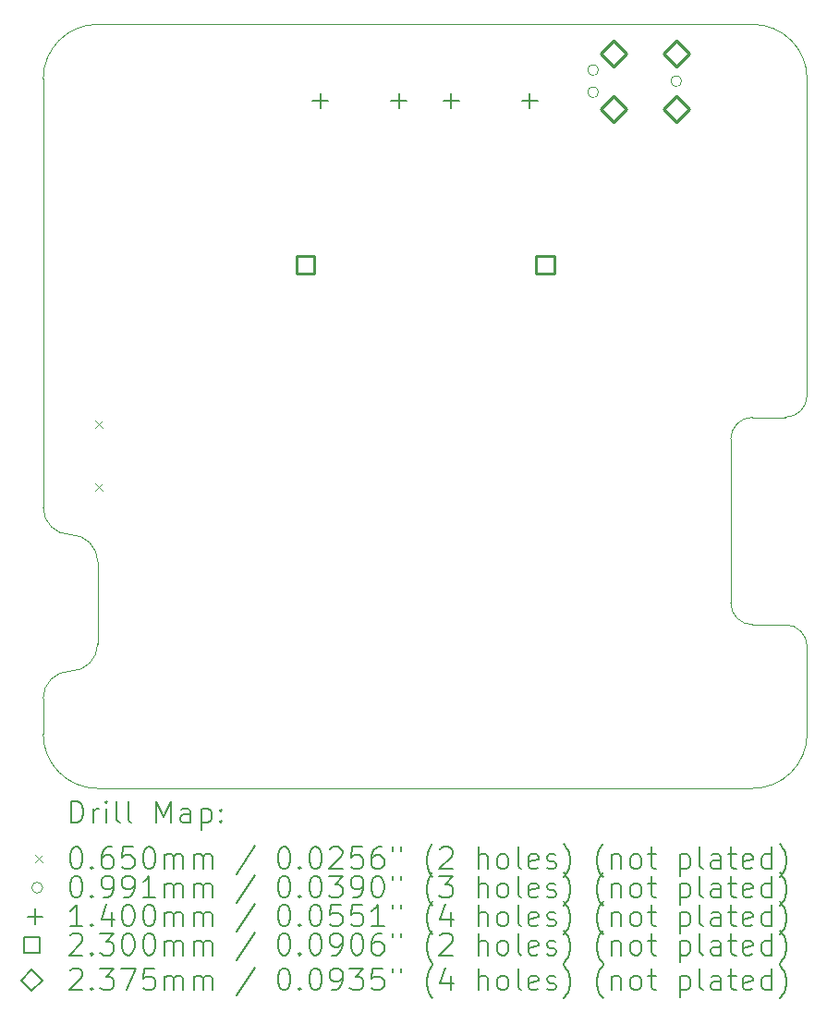
<source format=gbr>
%TF.GenerationSoftware,KiCad,Pcbnew,8.0.0*%
%TF.CreationDate,2024-03-17T03:09:45-07:00*%
%TF.ProjectId,ai-camera-rev3.2,61692d63-616d-4657-9261-2d726576332e,rev3.2*%
%TF.SameCoordinates,PX5a995c0PY2aea540*%
%TF.FileFunction,Drillmap*%
%TF.FilePolarity,Positive*%
%FSLAX45Y45*%
G04 Gerber Fmt 4.5, Leading zero omitted, Abs format (unit mm)*
G04 Created by KiCad (PCBNEW 8.0.0) date 2024-03-17 03:09:45*
%MOMM*%
%LPD*%
G01*
G04 APERTURE LIST*
%ADD10C,0.100000*%
%ADD11C,0.200000*%
%ADD12C,0.140000*%
%ADD13C,0.230000*%
%ADD14C,0.237490*%
G04 APERTURE END LIST*
D10*
X6500000Y0D02*
G75*
G02*
X7000000Y-500000I0J-500000D01*
G01*
X250000Y-4675000D02*
G75*
G02*
X0Y-4425000I0J250000D01*
G01*
X7000000Y-5700000D02*
X7000000Y-6500000D01*
X500000Y0D02*
X6500000Y0D01*
X6500000Y-5500000D02*
G75*
G02*
X6300000Y-5300000I0J200000D01*
G01*
X0Y-6175000D02*
G75*
G02*
X250000Y-5925000I250000J0D01*
G01*
X6800000Y-3600000D02*
X6500000Y-3600000D01*
X0Y-500000D02*
G75*
G02*
X500000Y0I500000J0D01*
G01*
X6800000Y-5500000D02*
G75*
G02*
X7000000Y-5700000I0J-200000D01*
G01*
X0Y-4425000D02*
X0Y-500000D01*
X250000Y-4675000D02*
G75*
G02*
X500000Y-4925000I0J-250000D01*
G01*
X6300000Y-3800000D02*
G75*
G02*
X6500000Y-3600000I200000J0D01*
G01*
X6500000Y-5500000D02*
X6800000Y-5500000D01*
X7000000Y-6500000D02*
G75*
G02*
X6500000Y-7000000I-500000J0D01*
G01*
X500000Y-5675000D02*
X500000Y-4925000D01*
X0Y-6175000D02*
X0Y-6500000D01*
X7000000Y-500000D02*
X7000000Y-3400000D01*
X500000Y-7000000D02*
G75*
G02*
X0Y-6500000I0J500000D01*
G01*
X6500000Y-7000000D02*
X500000Y-7000000D01*
X500000Y-5675000D02*
G75*
G02*
X250000Y-5925000I-250000J0D01*
G01*
X7000000Y-3400000D02*
G75*
G02*
X6800000Y-3600000I-200000J0D01*
G01*
X6300000Y-3800000D02*
X6300000Y-5300000D01*
D11*
D10*
X477500Y-3628500D02*
X542500Y-3693500D01*
X542500Y-3628500D02*
X477500Y-3693500D01*
X477500Y-4206500D02*
X542500Y-4271500D01*
X542500Y-4206500D02*
X477500Y-4271500D01*
X5088530Y-418400D02*
G75*
G02*
X4989470Y-418400I-49530J0D01*
G01*
X4989470Y-418400D02*
G75*
G02*
X5088530Y-418400I49530J0D01*
G01*
X5088530Y-621600D02*
G75*
G02*
X4989470Y-621600I-49530J0D01*
G01*
X4989470Y-621600D02*
G75*
G02*
X5088530Y-621600I49530J0D01*
G01*
X5850530Y-520000D02*
G75*
G02*
X5751470Y-520000I-49530J0D01*
G01*
X5751470Y-520000D02*
G75*
G02*
X5850530Y-520000I49530J0D01*
G01*
D12*
X2540000Y-630000D02*
X2540000Y-770000D01*
X2470000Y-700000D02*
X2610000Y-700000D01*
X3260000Y-630000D02*
X3260000Y-770000D01*
X3190000Y-700000D02*
X3330000Y-700000D01*
X3740000Y-630000D02*
X3740000Y-770000D01*
X3670000Y-700000D02*
X3810000Y-700000D01*
X4460000Y-630000D02*
X4460000Y-770000D01*
X4390000Y-700000D02*
X4530000Y-700000D01*
D13*
X2481318Y-2281318D02*
X2481318Y-2118682D01*
X2318682Y-2118682D01*
X2318682Y-2281318D01*
X2481318Y-2281318D01*
X4681318Y-2281318D02*
X4681318Y-2118682D01*
X4518682Y-2118682D01*
X4518682Y-2281318D01*
X4681318Y-2281318D01*
D14*
X5229500Y-384745D02*
X5348245Y-266000D01*
X5229500Y-147255D01*
X5110755Y-266000D01*
X5229500Y-384745D01*
X5229500Y-892745D02*
X5348245Y-774000D01*
X5229500Y-655255D01*
X5110755Y-774000D01*
X5229500Y-892745D01*
X5801000Y-384745D02*
X5919745Y-266000D01*
X5801000Y-147255D01*
X5682255Y-266000D01*
X5801000Y-384745D01*
X5801000Y-892745D02*
X5919745Y-774000D01*
X5801000Y-655255D01*
X5682255Y-774000D01*
X5801000Y-892745D01*
D11*
X255777Y-7316484D02*
X255777Y-7116484D01*
X255777Y-7116484D02*
X303396Y-7116484D01*
X303396Y-7116484D02*
X331967Y-7126008D01*
X331967Y-7126008D02*
X351015Y-7145055D01*
X351015Y-7145055D02*
X360539Y-7164103D01*
X360539Y-7164103D02*
X370062Y-7202198D01*
X370062Y-7202198D02*
X370062Y-7230769D01*
X370062Y-7230769D02*
X360539Y-7268865D01*
X360539Y-7268865D02*
X351015Y-7287912D01*
X351015Y-7287912D02*
X331967Y-7306960D01*
X331967Y-7306960D02*
X303396Y-7316484D01*
X303396Y-7316484D02*
X255777Y-7316484D01*
X455777Y-7316484D02*
X455777Y-7183150D01*
X455777Y-7221246D02*
X465301Y-7202198D01*
X465301Y-7202198D02*
X474824Y-7192674D01*
X474824Y-7192674D02*
X493872Y-7183150D01*
X493872Y-7183150D02*
X512920Y-7183150D01*
X579586Y-7316484D02*
X579586Y-7183150D01*
X579586Y-7116484D02*
X570063Y-7126008D01*
X570063Y-7126008D02*
X579586Y-7135531D01*
X579586Y-7135531D02*
X589110Y-7126008D01*
X589110Y-7126008D02*
X579586Y-7116484D01*
X579586Y-7116484D02*
X579586Y-7135531D01*
X703396Y-7316484D02*
X684348Y-7306960D01*
X684348Y-7306960D02*
X674824Y-7287912D01*
X674824Y-7287912D02*
X674824Y-7116484D01*
X808158Y-7316484D02*
X789110Y-7306960D01*
X789110Y-7306960D02*
X779586Y-7287912D01*
X779586Y-7287912D02*
X779586Y-7116484D01*
X1036729Y-7316484D02*
X1036729Y-7116484D01*
X1036729Y-7116484D02*
X1103396Y-7259341D01*
X1103396Y-7259341D02*
X1170063Y-7116484D01*
X1170063Y-7116484D02*
X1170063Y-7316484D01*
X1351015Y-7316484D02*
X1351015Y-7211722D01*
X1351015Y-7211722D02*
X1341491Y-7192674D01*
X1341491Y-7192674D02*
X1322444Y-7183150D01*
X1322444Y-7183150D02*
X1284348Y-7183150D01*
X1284348Y-7183150D02*
X1265301Y-7192674D01*
X1351015Y-7306960D02*
X1331967Y-7316484D01*
X1331967Y-7316484D02*
X1284348Y-7316484D01*
X1284348Y-7316484D02*
X1265301Y-7306960D01*
X1265301Y-7306960D02*
X1255777Y-7287912D01*
X1255777Y-7287912D02*
X1255777Y-7268865D01*
X1255777Y-7268865D02*
X1265301Y-7249817D01*
X1265301Y-7249817D02*
X1284348Y-7240293D01*
X1284348Y-7240293D02*
X1331967Y-7240293D01*
X1331967Y-7240293D02*
X1351015Y-7230769D01*
X1446253Y-7183150D02*
X1446253Y-7383150D01*
X1446253Y-7192674D02*
X1465301Y-7183150D01*
X1465301Y-7183150D02*
X1503396Y-7183150D01*
X1503396Y-7183150D02*
X1522443Y-7192674D01*
X1522443Y-7192674D02*
X1531967Y-7202198D01*
X1531967Y-7202198D02*
X1541491Y-7221246D01*
X1541491Y-7221246D02*
X1541491Y-7278388D01*
X1541491Y-7278388D02*
X1531967Y-7297436D01*
X1531967Y-7297436D02*
X1522443Y-7306960D01*
X1522443Y-7306960D02*
X1503396Y-7316484D01*
X1503396Y-7316484D02*
X1465301Y-7316484D01*
X1465301Y-7316484D02*
X1446253Y-7306960D01*
X1627205Y-7297436D02*
X1636729Y-7306960D01*
X1636729Y-7306960D02*
X1627205Y-7316484D01*
X1627205Y-7316484D02*
X1617682Y-7306960D01*
X1617682Y-7306960D02*
X1627205Y-7297436D01*
X1627205Y-7297436D02*
X1627205Y-7316484D01*
X1627205Y-7192674D02*
X1636729Y-7202198D01*
X1636729Y-7202198D02*
X1627205Y-7211722D01*
X1627205Y-7211722D02*
X1617682Y-7202198D01*
X1617682Y-7202198D02*
X1627205Y-7192674D01*
X1627205Y-7192674D02*
X1627205Y-7211722D01*
D10*
X-70000Y-7612500D02*
X-5000Y-7677500D01*
X-5000Y-7612500D02*
X-70000Y-7677500D01*
D11*
X293872Y-7536484D02*
X312920Y-7536484D01*
X312920Y-7536484D02*
X331967Y-7546008D01*
X331967Y-7546008D02*
X341491Y-7555531D01*
X341491Y-7555531D02*
X351015Y-7574579D01*
X351015Y-7574579D02*
X360539Y-7612674D01*
X360539Y-7612674D02*
X360539Y-7660293D01*
X360539Y-7660293D02*
X351015Y-7698388D01*
X351015Y-7698388D02*
X341491Y-7717436D01*
X341491Y-7717436D02*
X331967Y-7726960D01*
X331967Y-7726960D02*
X312920Y-7736484D01*
X312920Y-7736484D02*
X293872Y-7736484D01*
X293872Y-7736484D02*
X274824Y-7726960D01*
X274824Y-7726960D02*
X265301Y-7717436D01*
X265301Y-7717436D02*
X255777Y-7698388D01*
X255777Y-7698388D02*
X246253Y-7660293D01*
X246253Y-7660293D02*
X246253Y-7612674D01*
X246253Y-7612674D02*
X255777Y-7574579D01*
X255777Y-7574579D02*
X265301Y-7555531D01*
X265301Y-7555531D02*
X274824Y-7546008D01*
X274824Y-7546008D02*
X293872Y-7536484D01*
X446253Y-7717436D02*
X455777Y-7726960D01*
X455777Y-7726960D02*
X446253Y-7736484D01*
X446253Y-7736484D02*
X436729Y-7726960D01*
X436729Y-7726960D02*
X446253Y-7717436D01*
X446253Y-7717436D02*
X446253Y-7736484D01*
X627205Y-7536484D02*
X589110Y-7536484D01*
X589110Y-7536484D02*
X570063Y-7546008D01*
X570063Y-7546008D02*
X560539Y-7555531D01*
X560539Y-7555531D02*
X541491Y-7584103D01*
X541491Y-7584103D02*
X531967Y-7622198D01*
X531967Y-7622198D02*
X531967Y-7698388D01*
X531967Y-7698388D02*
X541491Y-7717436D01*
X541491Y-7717436D02*
X551015Y-7726960D01*
X551015Y-7726960D02*
X570063Y-7736484D01*
X570063Y-7736484D02*
X608158Y-7736484D01*
X608158Y-7736484D02*
X627205Y-7726960D01*
X627205Y-7726960D02*
X636729Y-7717436D01*
X636729Y-7717436D02*
X646253Y-7698388D01*
X646253Y-7698388D02*
X646253Y-7650769D01*
X646253Y-7650769D02*
X636729Y-7631722D01*
X636729Y-7631722D02*
X627205Y-7622198D01*
X627205Y-7622198D02*
X608158Y-7612674D01*
X608158Y-7612674D02*
X570063Y-7612674D01*
X570063Y-7612674D02*
X551015Y-7622198D01*
X551015Y-7622198D02*
X541491Y-7631722D01*
X541491Y-7631722D02*
X531967Y-7650769D01*
X827205Y-7536484D02*
X731967Y-7536484D01*
X731967Y-7536484D02*
X722443Y-7631722D01*
X722443Y-7631722D02*
X731967Y-7622198D01*
X731967Y-7622198D02*
X751015Y-7612674D01*
X751015Y-7612674D02*
X798634Y-7612674D01*
X798634Y-7612674D02*
X817682Y-7622198D01*
X817682Y-7622198D02*
X827205Y-7631722D01*
X827205Y-7631722D02*
X836729Y-7650769D01*
X836729Y-7650769D02*
X836729Y-7698388D01*
X836729Y-7698388D02*
X827205Y-7717436D01*
X827205Y-7717436D02*
X817682Y-7726960D01*
X817682Y-7726960D02*
X798634Y-7736484D01*
X798634Y-7736484D02*
X751015Y-7736484D01*
X751015Y-7736484D02*
X731967Y-7726960D01*
X731967Y-7726960D02*
X722443Y-7717436D01*
X960539Y-7536484D02*
X979586Y-7536484D01*
X979586Y-7536484D02*
X998634Y-7546008D01*
X998634Y-7546008D02*
X1008158Y-7555531D01*
X1008158Y-7555531D02*
X1017682Y-7574579D01*
X1017682Y-7574579D02*
X1027205Y-7612674D01*
X1027205Y-7612674D02*
X1027205Y-7660293D01*
X1027205Y-7660293D02*
X1017682Y-7698388D01*
X1017682Y-7698388D02*
X1008158Y-7717436D01*
X1008158Y-7717436D02*
X998634Y-7726960D01*
X998634Y-7726960D02*
X979586Y-7736484D01*
X979586Y-7736484D02*
X960539Y-7736484D01*
X960539Y-7736484D02*
X941491Y-7726960D01*
X941491Y-7726960D02*
X931967Y-7717436D01*
X931967Y-7717436D02*
X922443Y-7698388D01*
X922443Y-7698388D02*
X912920Y-7660293D01*
X912920Y-7660293D02*
X912920Y-7612674D01*
X912920Y-7612674D02*
X922443Y-7574579D01*
X922443Y-7574579D02*
X931967Y-7555531D01*
X931967Y-7555531D02*
X941491Y-7546008D01*
X941491Y-7546008D02*
X960539Y-7536484D01*
X1112920Y-7736484D02*
X1112920Y-7603150D01*
X1112920Y-7622198D02*
X1122444Y-7612674D01*
X1122444Y-7612674D02*
X1141491Y-7603150D01*
X1141491Y-7603150D02*
X1170063Y-7603150D01*
X1170063Y-7603150D02*
X1189110Y-7612674D01*
X1189110Y-7612674D02*
X1198634Y-7631722D01*
X1198634Y-7631722D02*
X1198634Y-7736484D01*
X1198634Y-7631722D02*
X1208158Y-7612674D01*
X1208158Y-7612674D02*
X1227205Y-7603150D01*
X1227205Y-7603150D02*
X1255777Y-7603150D01*
X1255777Y-7603150D02*
X1274825Y-7612674D01*
X1274825Y-7612674D02*
X1284348Y-7631722D01*
X1284348Y-7631722D02*
X1284348Y-7736484D01*
X1379586Y-7736484D02*
X1379586Y-7603150D01*
X1379586Y-7622198D02*
X1389110Y-7612674D01*
X1389110Y-7612674D02*
X1408158Y-7603150D01*
X1408158Y-7603150D02*
X1436729Y-7603150D01*
X1436729Y-7603150D02*
X1455777Y-7612674D01*
X1455777Y-7612674D02*
X1465301Y-7631722D01*
X1465301Y-7631722D02*
X1465301Y-7736484D01*
X1465301Y-7631722D02*
X1474824Y-7612674D01*
X1474824Y-7612674D02*
X1493872Y-7603150D01*
X1493872Y-7603150D02*
X1522443Y-7603150D01*
X1522443Y-7603150D02*
X1541491Y-7612674D01*
X1541491Y-7612674D02*
X1551015Y-7631722D01*
X1551015Y-7631722D02*
X1551015Y-7736484D01*
X1941491Y-7526960D02*
X1770063Y-7784103D01*
X2198634Y-7536484D02*
X2217682Y-7536484D01*
X2217682Y-7536484D02*
X2236729Y-7546008D01*
X2236729Y-7546008D02*
X2246253Y-7555531D01*
X2246253Y-7555531D02*
X2255777Y-7574579D01*
X2255777Y-7574579D02*
X2265301Y-7612674D01*
X2265301Y-7612674D02*
X2265301Y-7660293D01*
X2265301Y-7660293D02*
X2255777Y-7698388D01*
X2255777Y-7698388D02*
X2246253Y-7717436D01*
X2246253Y-7717436D02*
X2236729Y-7726960D01*
X2236729Y-7726960D02*
X2217682Y-7736484D01*
X2217682Y-7736484D02*
X2198634Y-7736484D01*
X2198634Y-7736484D02*
X2179587Y-7726960D01*
X2179587Y-7726960D02*
X2170063Y-7717436D01*
X2170063Y-7717436D02*
X2160539Y-7698388D01*
X2160539Y-7698388D02*
X2151015Y-7660293D01*
X2151015Y-7660293D02*
X2151015Y-7612674D01*
X2151015Y-7612674D02*
X2160539Y-7574579D01*
X2160539Y-7574579D02*
X2170063Y-7555531D01*
X2170063Y-7555531D02*
X2179587Y-7546008D01*
X2179587Y-7546008D02*
X2198634Y-7536484D01*
X2351015Y-7717436D02*
X2360539Y-7726960D01*
X2360539Y-7726960D02*
X2351015Y-7736484D01*
X2351015Y-7736484D02*
X2341491Y-7726960D01*
X2341491Y-7726960D02*
X2351015Y-7717436D01*
X2351015Y-7717436D02*
X2351015Y-7736484D01*
X2484348Y-7536484D02*
X2503396Y-7536484D01*
X2503396Y-7536484D02*
X2522444Y-7546008D01*
X2522444Y-7546008D02*
X2531968Y-7555531D01*
X2531968Y-7555531D02*
X2541491Y-7574579D01*
X2541491Y-7574579D02*
X2551015Y-7612674D01*
X2551015Y-7612674D02*
X2551015Y-7660293D01*
X2551015Y-7660293D02*
X2541491Y-7698388D01*
X2541491Y-7698388D02*
X2531968Y-7717436D01*
X2531968Y-7717436D02*
X2522444Y-7726960D01*
X2522444Y-7726960D02*
X2503396Y-7736484D01*
X2503396Y-7736484D02*
X2484348Y-7736484D01*
X2484348Y-7736484D02*
X2465301Y-7726960D01*
X2465301Y-7726960D02*
X2455777Y-7717436D01*
X2455777Y-7717436D02*
X2446253Y-7698388D01*
X2446253Y-7698388D02*
X2436729Y-7660293D01*
X2436729Y-7660293D02*
X2436729Y-7612674D01*
X2436729Y-7612674D02*
X2446253Y-7574579D01*
X2446253Y-7574579D02*
X2455777Y-7555531D01*
X2455777Y-7555531D02*
X2465301Y-7546008D01*
X2465301Y-7546008D02*
X2484348Y-7536484D01*
X2627206Y-7555531D02*
X2636729Y-7546008D01*
X2636729Y-7546008D02*
X2655777Y-7536484D01*
X2655777Y-7536484D02*
X2703396Y-7536484D01*
X2703396Y-7536484D02*
X2722444Y-7546008D01*
X2722444Y-7546008D02*
X2731968Y-7555531D01*
X2731968Y-7555531D02*
X2741491Y-7574579D01*
X2741491Y-7574579D02*
X2741491Y-7593627D01*
X2741491Y-7593627D02*
X2731968Y-7622198D01*
X2731968Y-7622198D02*
X2617682Y-7736484D01*
X2617682Y-7736484D02*
X2741491Y-7736484D01*
X2922444Y-7536484D02*
X2827206Y-7536484D01*
X2827206Y-7536484D02*
X2817682Y-7631722D01*
X2817682Y-7631722D02*
X2827206Y-7622198D01*
X2827206Y-7622198D02*
X2846253Y-7612674D01*
X2846253Y-7612674D02*
X2893872Y-7612674D01*
X2893872Y-7612674D02*
X2912920Y-7622198D01*
X2912920Y-7622198D02*
X2922444Y-7631722D01*
X2922444Y-7631722D02*
X2931967Y-7650769D01*
X2931967Y-7650769D02*
X2931967Y-7698388D01*
X2931967Y-7698388D02*
X2922444Y-7717436D01*
X2922444Y-7717436D02*
X2912920Y-7726960D01*
X2912920Y-7726960D02*
X2893872Y-7736484D01*
X2893872Y-7736484D02*
X2846253Y-7736484D01*
X2846253Y-7736484D02*
X2827206Y-7726960D01*
X2827206Y-7726960D02*
X2817682Y-7717436D01*
X3103396Y-7536484D02*
X3065301Y-7536484D01*
X3065301Y-7536484D02*
X3046253Y-7546008D01*
X3046253Y-7546008D02*
X3036729Y-7555531D01*
X3036729Y-7555531D02*
X3017682Y-7584103D01*
X3017682Y-7584103D02*
X3008158Y-7622198D01*
X3008158Y-7622198D02*
X3008158Y-7698388D01*
X3008158Y-7698388D02*
X3017682Y-7717436D01*
X3017682Y-7717436D02*
X3027206Y-7726960D01*
X3027206Y-7726960D02*
X3046253Y-7736484D01*
X3046253Y-7736484D02*
X3084348Y-7736484D01*
X3084348Y-7736484D02*
X3103396Y-7726960D01*
X3103396Y-7726960D02*
X3112920Y-7717436D01*
X3112920Y-7717436D02*
X3122444Y-7698388D01*
X3122444Y-7698388D02*
X3122444Y-7650769D01*
X3122444Y-7650769D02*
X3112920Y-7631722D01*
X3112920Y-7631722D02*
X3103396Y-7622198D01*
X3103396Y-7622198D02*
X3084348Y-7612674D01*
X3084348Y-7612674D02*
X3046253Y-7612674D01*
X3046253Y-7612674D02*
X3027206Y-7622198D01*
X3027206Y-7622198D02*
X3017682Y-7631722D01*
X3017682Y-7631722D02*
X3008158Y-7650769D01*
X3198634Y-7536484D02*
X3198634Y-7574579D01*
X3274825Y-7536484D02*
X3274825Y-7574579D01*
X3570063Y-7812674D02*
X3560539Y-7803150D01*
X3560539Y-7803150D02*
X3541491Y-7774579D01*
X3541491Y-7774579D02*
X3531968Y-7755531D01*
X3531968Y-7755531D02*
X3522444Y-7726960D01*
X3522444Y-7726960D02*
X3512920Y-7679341D01*
X3512920Y-7679341D02*
X3512920Y-7641246D01*
X3512920Y-7641246D02*
X3522444Y-7593627D01*
X3522444Y-7593627D02*
X3531968Y-7565055D01*
X3531968Y-7565055D02*
X3541491Y-7546008D01*
X3541491Y-7546008D02*
X3560539Y-7517436D01*
X3560539Y-7517436D02*
X3570063Y-7507912D01*
X3636729Y-7555531D02*
X3646253Y-7546008D01*
X3646253Y-7546008D02*
X3665301Y-7536484D01*
X3665301Y-7536484D02*
X3712920Y-7536484D01*
X3712920Y-7536484D02*
X3731968Y-7546008D01*
X3731968Y-7546008D02*
X3741491Y-7555531D01*
X3741491Y-7555531D02*
X3751015Y-7574579D01*
X3751015Y-7574579D02*
X3751015Y-7593627D01*
X3751015Y-7593627D02*
X3741491Y-7622198D01*
X3741491Y-7622198D02*
X3627206Y-7736484D01*
X3627206Y-7736484D02*
X3751015Y-7736484D01*
X3989110Y-7736484D02*
X3989110Y-7536484D01*
X4074825Y-7736484D02*
X4074825Y-7631722D01*
X4074825Y-7631722D02*
X4065301Y-7612674D01*
X4065301Y-7612674D02*
X4046253Y-7603150D01*
X4046253Y-7603150D02*
X4017682Y-7603150D01*
X4017682Y-7603150D02*
X3998634Y-7612674D01*
X3998634Y-7612674D02*
X3989110Y-7622198D01*
X4198634Y-7736484D02*
X4179587Y-7726960D01*
X4179587Y-7726960D02*
X4170063Y-7717436D01*
X4170063Y-7717436D02*
X4160539Y-7698388D01*
X4160539Y-7698388D02*
X4160539Y-7641246D01*
X4160539Y-7641246D02*
X4170063Y-7622198D01*
X4170063Y-7622198D02*
X4179587Y-7612674D01*
X4179587Y-7612674D02*
X4198634Y-7603150D01*
X4198634Y-7603150D02*
X4227206Y-7603150D01*
X4227206Y-7603150D02*
X4246253Y-7612674D01*
X4246253Y-7612674D02*
X4255777Y-7622198D01*
X4255777Y-7622198D02*
X4265301Y-7641246D01*
X4265301Y-7641246D02*
X4265301Y-7698388D01*
X4265301Y-7698388D02*
X4255777Y-7717436D01*
X4255777Y-7717436D02*
X4246253Y-7726960D01*
X4246253Y-7726960D02*
X4227206Y-7736484D01*
X4227206Y-7736484D02*
X4198634Y-7736484D01*
X4379587Y-7736484D02*
X4360539Y-7726960D01*
X4360539Y-7726960D02*
X4351015Y-7707912D01*
X4351015Y-7707912D02*
X4351015Y-7536484D01*
X4531968Y-7726960D02*
X4512920Y-7736484D01*
X4512920Y-7736484D02*
X4474825Y-7736484D01*
X4474825Y-7736484D02*
X4455777Y-7726960D01*
X4455777Y-7726960D02*
X4446253Y-7707912D01*
X4446253Y-7707912D02*
X4446253Y-7631722D01*
X4446253Y-7631722D02*
X4455777Y-7612674D01*
X4455777Y-7612674D02*
X4474825Y-7603150D01*
X4474825Y-7603150D02*
X4512920Y-7603150D01*
X4512920Y-7603150D02*
X4531968Y-7612674D01*
X4531968Y-7612674D02*
X4541492Y-7631722D01*
X4541492Y-7631722D02*
X4541492Y-7650769D01*
X4541492Y-7650769D02*
X4446253Y-7669817D01*
X4617682Y-7726960D02*
X4636730Y-7736484D01*
X4636730Y-7736484D02*
X4674825Y-7736484D01*
X4674825Y-7736484D02*
X4693873Y-7726960D01*
X4693873Y-7726960D02*
X4703396Y-7707912D01*
X4703396Y-7707912D02*
X4703396Y-7698388D01*
X4703396Y-7698388D02*
X4693873Y-7679341D01*
X4693873Y-7679341D02*
X4674825Y-7669817D01*
X4674825Y-7669817D02*
X4646253Y-7669817D01*
X4646253Y-7669817D02*
X4627206Y-7660293D01*
X4627206Y-7660293D02*
X4617682Y-7641246D01*
X4617682Y-7641246D02*
X4617682Y-7631722D01*
X4617682Y-7631722D02*
X4627206Y-7612674D01*
X4627206Y-7612674D02*
X4646253Y-7603150D01*
X4646253Y-7603150D02*
X4674825Y-7603150D01*
X4674825Y-7603150D02*
X4693873Y-7612674D01*
X4770063Y-7812674D02*
X4779587Y-7803150D01*
X4779587Y-7803150D02*
X4798634Y-7774579D01*
X4798634Y-7774579D02*
X4808158Y-7755531D01*
X4808158Y-7755531D02*
X4817682Y-7726960D01*
X4817682Y-7726960D02*
X4827206Y-7679341D01*
X4827206Y-7679341D02*
X4827206Y-7641246D01*
X4827206Y-7641246D02*
X4817682Y-7593627D01*
X4817682Y-7593627D02*
X4808158Y-7565055D01*
X4808158Y-7565055D02*
X4798634Y-7546008D01*
X4798634Y-7546008D02*
X4779587Y-7517436D01*
X4779587Y-7517436D02*
X4770063Y-7507912D01*
X5131968Y-7812674D02*
X5122444Y-7803150D01*
X5122444Y-7803150D02*
X5103396Y-7774579D01*
X5103396Y-7774579D02*
X5093873Y-7755531D01*
X5093873Y-7755531D02*
X5084349Y-7726960D01*
X5084349Y-7726960D02*
X5074825Y-7679341D01*
X5074825Y-7679341D02*
X5074825Y-7641246D01*
X5074825Y-7641246D02*
X5084349Y-7593627D01*
X5084349Y-7593627D02*
X5093873Y-7565055D01*
X5093873Y-7565055D02*
X5103396Y-7546008D01*
X5103396Y-7546008D02*
X5122444Y-7517436D01*
X5122444Y-7517436D02*
X5131968Y-7507912D01*
X5208158Y-7603150D02*
X5208158Y-7736484D01*
X5208158Y-7622198D02*
X5217682Y-7612674D01*
X5217682Y-7612674D02*
X5236730Y-7603150D01*
X5236730Y-7603150D02*
X5265301Y-7603150D01*
X5265301Y-7603150D02*
X5284349Y-7612674D01*
X5284349Y-7612674D02*
X5293873Y-7631722D01*
X5293873Y-7631722D02*
X5293873Y-7736484D01*
X5417682Y-7736484D02*
X5398634Y-7726960D01*
X5398634Y-7726960D02*
X5389111Y-7717436D01*
X5389111Y-7717436D02*
X5379587Y-7698388D01*
X5379587Y-7698388D02*
X5379587Y-7641246D01*
X5379587Y-7641246D02*
X5389111Y-7622198D01*
X5389111Y-7622198D02*
X5398634Y-7612674D01*
X5398634Y-7612674D02*
X5417682Y-7603150D01*
X5417682Y-7603150D02*
X5446254Y-7603150D01*
X5446254Y-7603150D02*
X5465301Y-7612674D01*
X5465301Y-7612674D02*
X5474825Y-7622198D01*
X5474825Y-7622198D02*
X5484349Y-7641246D01*
X5484349Y-7641246D02*
X5484349Y-7698388D01*
X5484349Y-7698388D02*
X5474825Y-7717436D01*
X5474825Y-7717436D02*
X5465301Y-7726960D01*
X5465301Y-7726960D02*
X5446254Y-7736484D01*
X5446254Y-7736484D02*
X5417682Y-7736484D01*
X5541492Y-7603150D02*
X5617682Y-7603150D01*
X5570063Y-7536484D02*
X5570063Y-7707912D01*
X5570063Y-7707912D02*
X5579587Y-7726960D01*
X5579587Y-7726960D02*
X5598634Y-7736484D01*
X5598634Y-7736484D02*
X5617682Y-7736484D01*
X5836730Y-7603150D02*
X5836730Y-7803150D01*
X5836730Y-7612674D02*
X5855777Y-7603150D01*
X5855777Y-7603150D02*
X5893873Y-7603150D01*
X5893873Y-7603150D02*
X5912920Y-7612674D01*
X5912920Y-7612674D02*
X5922444Y-7622198D01*
X5922444Y-7622198D02*
X5931968Y-7641246D01*
X5931968Y-7641246D02*
X5931968Y-7698388D01*
X5931968Y-7698388D02*
X5922444Y-7717436D01*
X5922444Y-7717436D02*
X5912920Y-7726960D01*
X5912920Y-7726960D02*
X5893873Y-7736484D01*
X5893873Y-7736484D02*
X5855777Y-7736484D01*
X5855777Y-7736484D02*
X5836730Y-7726960D01*
X6046253Y-7736484D02*
X6027206Y-7726960D01*
X6027206Y-7726960D02*
X6017682Y-7707912D01*
X6017682Y-7707912D02*
X6017682Y-7536484D01*
X6208158Y-7736484D02*
X6208158Y-7631722D01*
X6208158Y-7631722D02*
X6198634Y-7612674D01*
X6198634Y-7612674D02*
X6179587Y-7603150D01*
X6179587Y-7603150D02*
X6141492Y-7603150D01*
X6141492Y-7603150D02*
X6122444Y-7612674D01*
X6208158Y-7726960D02*
X6189111Y-7736484D01*
X6189111Y-7736484D02*
X6141492Y-7736484D01*
X6141492Y-7736484D02*
X6122444Y-7726960D01*
X6122444Y-7726960D02*
X6112920Y-7707912D01*
X6112920Y-7707912D02*
X6112920Y-7688865D01*
X6112920Y-7688865D02*
X6122444Y-7669817D01*
X6122444Y-7669817D02*
X6141492Y-7660293D01*
X6141492Y-7660293D02*
X6189111Y-7660293D01*
X6189111Y-7660293D02*
X6208158Y-7650769D01*
X6274825Y-7603150D02*
X6351015Y-7603150D01*
X6303396Y-7536484D02*
X6303396Y-7707912D01*
X6303396Y-7707912D02*
X6312920Y-7726960D01*
X6312920Y-7726960D02*
X6331968Y-7736484D01*
X6331968Y-7736484D02*
X6351015Y-7736484D01*
X6493873Y-7726960D02*
X6474825Y-7736484D01*
X6474825Y-7736484D02*
X6436730Y-7736484D01*
X6436730Y-7736484D02*
X6417682Y-7726960D01*
X6417682Y-7726960D02*
X6408158Y-7707912D01*
X6408158Y-7707912D02*
X6408158Y-7631722D01*
X6408158Y-7631722D02*
X6417682Y-7612674D01*
X6417682Y-7612674D02*
X6436730Y-7603150D01*
X6436730Y-7603150D02*
X6474825Y-7603150D01*
X6474825Y-7603150D02*
X6493873Y-7612674D01*
X6493873Y-7612674D02*
X6503396Y-7631722D01*
X6503396Y-7631722D02*
X6503396Y-7650769D01*
X6503396Y-7650769D02*
X6408158Y-7669817D01*
X6674825Y-7736484D02*
X6674825Y-7536484D01*
X6674825Y-7726960D02*
X6655777Y-7736484D01*
X6655777Y-7736484D02*
X6617682Y-7736484D01*
X6617682Y-7736484D02*
X6598634Y-7726960D01*
X6598634Y-7726960D02*
X6589111Y-7717436D01*
X6589111Y-7717436D02*
X6579587Y-7698388D01*
X6579587Y-7698388D02*
X6579587Y-7641246D01*
X6579587Y-7641246D02*
X6589111Y-7622198D01*
X6589111Y-7622198D02*
X6598634Y-7612674D01*
X6598634Y-7612674D02*
X6617682Y-7603150D01*
X6617682Y-7603150D02*
X6655777Y-7603150D01*
X6655777Y-7603150D02*
X6674825Y-7612674D01*
X6751015Y-7812674D02*
X6760539Y-7803150D01*
X6760539Y-7803150D02*
X6779587Y-7774579D01*
X6779587Y-7774579D02*
X6789111Y-7755531D01*
X6789111Y-7755531D02*
X6798634Y-7726960D01*
X6798634Y-7726960D02*
X6808158Y-7679341D01*
X6808158Y-7679341D02*
X6808158Y-7641246D01*
X6808158Y-7641246D02*
X6798634Y-7593627D01*
X6798634Y-7593627D02*
X6789111Y-7565055D01*
X6789111Y-7565055D02*
X6779587Y-7546008D01*
X6779587Y-7546008D02*
X6760539Y-7517436D01*
X6760539Y-7517436D02*
X6751015Y-7507912D01*
D10*
X-5000Y-7909000D02*
G75*
G02*
X-104060Y-7909000I-49530J0D01*
G01*
X-104060Y-7909000D02*
G75*
G02*
X-5000Y-7909000I49530J0D01*
G01*
D11*
X293872Y-7800484D02*
X312920Y-7800484D01*
X312920Y-7800484D02*
X331967Y-7810008D01*
X331967Y-7810008D02*
X341491Y-7819531D01*
X341491Y-7819531D02*
X351015Y-7838579D01*
X351015Y-7838579D02*
X360539Y-7876674D01*
X360539Y-7876674D02*
X360539Y-7924293D01*
X360539Y-7924293D02*
X351015Y-7962388D01*
X351015Y-7962388D02*
X341491Y-7981436D01*
X341491Y-7981436D02*
X331967Y-7990960D01*
X331967Y-7990960D02*
X312920Y-8000484D01*
X312920Y-8000484D02*
X293872Y-8000484D01*
X293872Y-8000484D02*
X274824Y-7990960D01*
X274824Y-7990960D02*
X265301Y-7981436D01*
X265301Y-7981436D02*
X255777Y-7962388D01*
X255777Y-7962388D02*
X246253Y-7924293D01*
X246253Y-7924293D02*
X246253Y-7876674D01*
X246253Y-7876674D02*
X255777Y-7838579D01*
X255777Y-7838579D02*
X265301Y-7819531D01*
X265301Y-7819531D02*
X274824Y-7810008D01*
X274824Y-7810008D02*
X293872Y-7800484D01*
X446253Y-7981436D02*
X455777Y-7990960D01*
X455777Y-7990960D02*
X446253Y-8000484D01*
X446253Y-8000484D02*
X436729Y-7990960D01*
X436729Y-7990960D02*
X446253Y-7981436D01*
X446253Y-7981436D02*
X446253Y-8000484D01*
X551015Y-8000484D02*
X589110Y-8000484D01*
X589110Y-8000484D02*
X608158Y-7990960D01*
X608158Y-7990960D02*
X617682Y-7981436D01*
X617682Y-7981436D02*
X636729Y-7952865D01*
X636729Y-7952865D02*
X646253Y-7914769D01*
X646253Y-7914769D02*
X646253Y-7838579D01*
X646253Y-7838579D02*
X636729Y-7819531D01*
X636729Y-7819531D02*
X627205Y-7810008D01*
X627205Y-7810008D02*
X608158Y-7800484D01*
X608158Y-7800484D02*
X570063Y-7800484D01*
X570063Y-7800484D02*
X551015Y-7810008D01*
X551015Y-7810008D02*
X541491Y-7819531D01*
X541491Y-7819531D02*
X531967Y-7838579D01*
X531967Y-7838579D02*
X531967Y-7886198D01*
X531967Y-7886198D02*
X541491Y-7905246D01*
X541491Y-7905246D02*
X551015Y-7914769D01*
X551015Y-7914769D02*
X570063Y-7924293D01*
X570063Y-7924293D02*
X608158Y-7924293D01*
X608158Y-7924293D02*
X627205Y-7914769D01*
X627205Y-7914769D02*
X636729Y-7905246D01*
X636729Y-7905246D02*
X646253Y-7886198D01*
X741491Y-8000484D02*
X779586Y-8000484D01*
X779586Y-8000484D02*
X798634Y-7990960D01*
X798634Y-7990960D02*
X808158Y-7981436D01*
X808158Y-7981436D02*
X827205Y-7952865D01*
X827205Y-7952865D02*
X836729Y-7914769D01*
X836729Y-7914769D02*
X836729Y-7838579D01*
X836729Y-7838579D02*
X827205Y-7819531D01*
X827205Y-7819531D02*
X817682Y-7810008D01*
X817682Y-7810008D02*
X798634Y-7800484D01*
X798634Y-7800484D02*
X760539Y-7800484D01*
X760539Y-7800484D02*
X741491Y-7810008D01*
X741491Y-7810008D02*
X731967Y-7819531D01*
X731967Y-7819531D02*
X722443Y-7838579D01*
X722443Y-7838579D02*
X722443Y-7886198D01*
X722443Y-7886198D02*
X731967Y-7905246D01*
X731967Y-7905246D02*
X741491Y-7914769D01*
X741491Y-7914769D02*
X760539Y-7924293D01*
X760539Y-7924293D02*
X798634Y-7924293D01*
X798634Y-7924293D02*
X817682Y-7914769D01*
X817682Y-7914769D02*
X827205Y-7905246D01*
X827205Y-7905246D02*
X836729Y-7886198D01*
X1027205Y-8000484D02*
X912920Y-8000484D01*
X970062Y-8000484D02*
X970062Y-7800484D01*
X970062Y-7800484D02*
X951015Y-7829055D01*
X951015Y-7829055D02*
X931967Y-7848103D01*
X931967Y-7848103D02*
X912920Y-7857627D01*
X1112920Y-8000484D02*
X1112920Y-7867150D01*
X1112920Y-7886198D02*
X1122444Y-7876674D01*
X1122444Y-7876674D02*
X1141491Y-7867150D01*
X1141491Y-7867150D02*
X1170063Y-7867150D01*
X1170063Y-7867150D02*
X1189110Y-7876674D01*
X1189110Y-7876674D02*
X1198634Y-7895722D01*
X1198634Y-7895722D02*
X1198634Y-8000484D01*
X1198634Y-7895722D02*
X1208158Y-7876674D01*
X1208158Y-7876674D02*
X1227205Y-7867150D01*
X1227205Y-7867150D02*
X1255777Y-7867150D01*
X1255777Y-7867150D02*
X1274825Y-7876674D01*
X1274825Y-7876674D02*
X1284348Y-7895722D01*
X1284348Y-7895722D02*
X1284348Y-8000484D01*
X1379586Y-8000484D02*
X1379586Y-7867150D01*
X1379586Y-7886198D02*
X1389110Y-7876674D01*
X1389110Y-7876674D02*
X1408158Y-7867150D01*
X1408158Y-7867150D02*
X1436729Y-7867150D01*
X1436729Y-7867150D02*
X1455777Y-7876674D01*
X1455777Y-7876674D02*
X1465301Y-7895722D01*
X1465301Y-7895722D02*
X1465301Y-8000484D01*
X1465301Y-7895722D02*
X1474824Y-7876674D01*
X1474824Y-7876674D02*
X1493872Y-7867150D01*
X1493872Y-7867150D02*
X1522443Y-7867150D01*
X1522443Y-7867150D02*
X1541491Y-7876674D01*
X1541491Y-7876674D02*
X1551015Y-7895722D01*
X1551015Y-7895722D02*
X1551015Y-8000484D01*
X1941491Y-7790960D02*
X1770063Y-8048103D01*
X2198634Y-7800484D02*
X2217682Y-7800484D01*
X2217682Y-7800484D02*
X2236729Y-7810008D01*
X2236729Y-7810008D02*
X2246253Y-7819531D01*
X2246253Y-7819531D02*
X2255777Y-7838579D01*
X2255777Y-7838579D02*
X2265301Y-7876674D01*
X2265301Y-7876674D02*
X2265301Y-7924293D01*
X2265301Y-7924293D02*
X2255777Y-7962388D01*
X2255777Y-7962388D02*
X2246253Y-7981436D01*
X2246253Y-7981436D02*
X2236729Y-7990960D01*
X2236729Y-7990960D02*
X2217682Y-8000484D01*
X2217682Y-8000484D02*
X2198634Y-8000484D01*
X2198634Y-8000484D02*
X2179587Y-7990960D01*
X2179587Y-7990960D02*
X2170063Y-7981436D01*
X2170063Y-7981436D02*
X2160539Y-7962388D01*
X2160539Y-7962388D02*
X2151015Y-7924293D01*
X2151015Y-7924293D02*
X2151015Y-7876674D01*
X2151015Y-7876674D02*
X2160539Y-7838579D01*
X2160539Y-7838579D02*
X2170063Y-7819531D01*
X2170063Y-7819531D02*
X2179587Y-7810008D01*
X2179587Y-7810008D02*
X2198634Y-7800484D01*
X2351015Y-7981436D02*
X2360539Y-7990960D01*
X2360539Y-7990960D02*
X2351015Y-8000484D01*
X2351015Y-8000484D02*
X2341491Y-7990960D01*
X2341491Y-7990960D02*
X2351015Y-7981436D01*
X2351015Y-7981436D02*
X2351015Y-8000484D01*
X2484348Y-7800484D02*
X2503396Y-7800484D01*
X2503396Y-7800484D02*
X2522444Y-7810008D01*
X2522444Y-7810008D02*
X2531968Y-7819531D01*
X2531968Y-7819531D02*
X2541491Y-7838579D01*
X2541491Y-7838579D02*
X2551015Y-7876674D01*
X2551015Y-7876674D02*
X2551015Y-7924293D01*
X2551015Y-7924293D02*
X2541491Y-7962388D01*
X2541491Y-7962388D02*
X2531968Y-7981436D01*
X2531968Y-7981436D02*
X2522444Y-7990960D01*
X2522444Y-7990960D02*
X2503396Y-8000484D01*
X2503396Y-8000484D02*
X2484348Y-8000484D01*
X2484348Y-8000484D02*
X2465301Y-7990960D01*
X2465301Y-7990960D02*
X2455777Y-7981436D01*
X2455777Y-7981436D02*
X2446253Y-7962388D01*
X2446253Y-7962388D02*
X2436729Y-7924293D01*
X2436729Y-7924293D02*
X2436729Y-7876674D01*
X2436729Y-7876674D02*
X2446253Y-7838579D01*
X2446253Y-7838579D02*
X2455777Y-7819531D01*
X2455777Y-7819531D02*
X2465301Y-7810008D01*
X2465301Y-7810008D02*
X2484348Y-7800484D01*
X2617682Y-7800484D02*
X2741491Y-7800484D01*
X2741491Y-7800484D02*
X2674825Y-7876674D01*
X2674825Y-7876674D02*
X2703396Y-7876674D01*
X2703396Y-7876674D02*
X2722444Y-7886198D01*
X2722444Y-7886198D02*
X2731968Y-7895722D01*
X2731968Y-7895722D02*
X2741491Y-7914769D01*
X2741491Y-7914769D02*
X2741491Y-7962388D01*
X2741491Y-7962388D02*
X2731968Y-7981436D01*
X2731968Y-7981436D02*
X2722444Y-7990960D01*
X2722444Y-7990960D02*
X2703396Y-8000484D01*
X2703396Y-8000484D02*
X2646253Y-8000484D01*
X2646253Y-8000484D02*
X2627206Y-7990960D01*
X2627206Y-7990960D02*
X2617682Y-7981436D01*
X2836729Y-8000484D02*
X2874825Y-8000484D01*
X2874825Y-8000484D02*
X2893872Y-7990960D01*
X2893872Y-7990960D02*
X2903396Y-7981436D01*
X2903396Y-7981436D02*
X2922444Y-7952865D01*
X2922444Y-7952865D02*
X2931967Y-7914769D01*
X2931967Y-7914769D02*
X2931967Y-7838579D01*
X2931967Y-7838579D02*
X2922444Y-7819531D01*
X2922444Y-7819531D02*
X2912920Y-7810008D01*
X2912920Y-7810008D02*
X2893872Y-7800484D01*
X2893872Y-7800484D02*
X2855777Y-7800484D01*
X2855777Y-7800484D02*
X2836729Y-7810008D01*
X2836729Y-7810008D02*
X2827206Y-7819531D01*
X2827206Y-7819531D02*
X2817682Y-7838579D01*
X2817682Y-7838579D02*
X2817682Y-7886198D01*
X2817682Y-7886198D02*
X2827206Y-7905246D01*
X2827206Y-7905246D02*
X2836729Y-7914769D01*
X2836729Y-7914769D02*
X2855777Y-7924293D01*
X2855777Y-7924293D02*
X2893872Y-7924293D01*
X2893872Y-7924293D02*
X2912920Y-7914769D01*
X2912920Y-7914769D02*
X2922444Y-7905246D01*
X2922444Y-7905246D02*
X2931967Y-7886198D01*
X3055777Y-7800484D02*
X3074825Y-7800484D01*
X3074825Y-7800484D02*
X3093872Y-7810008D01*
X3093872Y-7810008D02*
X3103396Y-7819531D01*
X3103396Y-7819531D02*
X3112920Y-7838579D01*
X3112920Y-7838579D02*
X3122444Y-7876674D01*
X3122444Y-7876674D02*
X3122444Y-7924293D01*
X3122444Y-7924293D02*
X3112920Y-7962388D01*
X3112920Y-7962388D02*
X3103396Y-7981436D01*
X3103396Y-7981436D02*
X3093872Y-7990960D01*
X3093872Y-7990960D02*
X3074825Y-8000484D01*
X3074825Y-8000484D02*
X3055777Y-8000484D01*
X3055777Y-8000484D02*
X3036729Y-7990960D01*
X3036729Y-7990960D02*
X3027206Y-7981436D01*
X3027206Y-7981436D02*
X3017682Y-7962388D01*
X3017682Y-7962388D02*
X3008158Y-7924293D01*
X3008158Y-7924293D02*
X3008158Y-7876674D01*
X3008158Y-7876674D02*
X3017682Y-7838579D01*
X3017682Y-7838579D02*
X3027206Y-7819531D01*
X3027206Y-7819531D02*
X3036729Y-7810008D01*
X3036729Y-7810008D02*
X3055777Y-7800484D01*
X3198634Y-7800484D02*
X3198634Y-7838579D01*
X3274825Y-7800484D02*
X3274825Y-7838579D01*
X3570063Y-8076674D02*
X3560539Y-8067150D01*
X3560539Y-8067150D02*
X3541491Y-8038579D01*
X3541491Y-8038579D02*
X3531968Y-8019531D01*
X3531968Y-8019531D02*
X3522444Y-7990960D01*
X3522444Y-7990960D02*
X3512920Y-7943341D01*
X3512920Y-7943341D02*
X3512920Y-7905246D01*
X3512920Y-7905246D02*
X3522444Y-7857627D01*
X3522444Y-7857627D02*
X3531968Y-7829055D01*
X3531968Y-7829055D02*
X3541491Y-7810008D01*
X3541491Y-7810008D02*
X3560539Y-7781436D01*
X3560539Y-7781436D02*
X3570063Y-7771912D01*
X3627206Y-7800484D02*
X3751015Y-7800484D01*
X3751015Y-7800484D02*
X3684348Y-7876674D01*
X3684348Y-7876674D02*
X3712920Y-7876674D01*
X3712920Y-7876674D02*
X3731968Y-7886198D01*
X3731968Y-7886198D02*
X3741491Y-7895722D01*
X3741491Y-7895722D02*
X3751015Y-7914769D01*
X3751015Y-7914769D02*
X3751015Y-7962388D01*
X3751015Y-7962388D02*
X3741491Y-7981436D01*
X3741491Y-7981436D02*
X3731968Y-7990960D01*
X3731968Y-7990960D02*
X3712920Y-8000484D01*
X3712920Y-8000484D02*
X3655777Y-8000484D01*
X3655777Y-8000484D02*
X3636729Y-7990960D01*
X3636729Y-7990960D02*
X3627206Y-7981436D01*
X3989110Y-8000484D02*
X3989110Y-7800484D01*
X4074825Y-8000484D02*
X4074825Y-7895722D01*
X4074825Y-7895722D02*
X4065301Y-7876674D01*
X4065301Y-7876674D02*
X4046253Y-7867150D01*
X4046253Y-7867150D02*
X4017682Y-7867150D01*
X4017682Y-7867150D02*
X3998634Y-7876674D01*
X3998634Y-7876674D02*
X3989110Y-7886198D01*
X4198634Y-8000484D02*
X4179587Y-7990960D01*
X4179587Y-7990960D02*
X4170063Y-7981436D01*
X4170063Y-7981436D02*
X4160539Y-7962388D01*
X4160539Y-7962388D02*
X4160539Y-7905246D01*
X4160539Y-7905246D02*
X4170063Y-7886198D01*
X4170063Y-7886198D02*
X4179587Y-7876674D01*
X4179587Y-7876674D02*
X4198634Y-7867150D01*
X4198634Y-7867150D02*
X4227206Y-7867150D01*
X4227206Y-7867150D02*
X4246253Y-7876674D01*
X4246253Y-7876674D02*
X4255777Y-7886198D01*
X4255777Y-7886198D02*
X4265301Y-7905246D01*
X4265301Y-7905246D02*
X4265301Y-7962388D01*
X4265301Y-7962388D02*
X4255777Y-7981436D01*
X4255777Y-7981436D02*
X4246253Y-7990960D01*
X4246253Y-7990960D02*
X4227206Y-8000484D01*
X4227206Y-8000484D02*
X4198634Y-8000484D01*
X4379587Y-8000484D02*
X4360539Y-7990960D01*
X4360539Y-7990960D02*
X4351015Y-7971912D01*
X4351015Y-7971912D02*
X4351015Y-7800484D01*
X4531968Y-7990960D02*
X4512920Y-8000484D01*
X4512920Y-8000484D02*
X4474825Y-8000484D01*
X4474825Y-8000484D02*
X4455777Y-7990960D01*
X4455777Y-7990960D02*
X4446253Y-7971912D01*
X4446253Y-7971912D02*
X4446253Y-7895722D01*
X4446253Y-7895722D02*
X4455777Y-7876674D01*
X4455777Y-7876674D02*
X4474825Y-7867150D01*
X4474825Y-7867150D02*
X4512920Y-7867150D01*
X4512920Y-7867150D02*
X4531968Y-7876674D01*
X4531968Y-7876674D02*
X4541492Y-7895722D01*
X4541492Y-7895722D02*
X4541492Y-7914769D01*
X4541492Y-7914769D02*
X4446253Y-7933817D01*
X4617682Y-7990960D02*
X4636730Y-8000484D01*
X4636730Y-8000484D02*
X4674825Y-8000484D01*
X4674825Y-8000484D02*
X4693873Y-7990960D01*
X4693873Y-7990960D02*
X4703396Y-7971912D01*
X4703396Y-7971912D02*
X4703396Y-7962388D01*
X4703396Y-7962388D02*
X4693873Y-7943341D01*
X4693873Y-7943341D02*
X4674825Y-7933817D01*
X4674825Y-7933817D02*
X4646253Y-7933817D01*
X4646253Y-7933817D02*
X4627206Y-7924293D01*
X4627206Y-7924293D02*
X4617682Y-7905246D01*
X4617682Y-7905246D02*
X4617682Y-7895722D01*
X4617682Y-7895722D02*
X4627206Y-7876674D01*
X4627206Y-7876674D02*
X4646253Y-7867150D01*
X4646253Y-7867150D02*
X4674825Y-7867150D01*
X4674825Y-7867150D02*
X4693873Y-7876674D01*
X4770063Y-8076674D02*
X4779587Y-8067150D01*
X4779587Y-8067150D02*
X4798634Y-8038579D01*
X4798634Y-8038579D02*
X4808158Y-8019531D01*
X4808158Y-8019531D02*
X4817682Y-7990960D01*
X4817682Y-7990960D02*
X4827206Y-7943341D01*
X4827206Y-7943341D02*
X4827206Y-7905246D01*
X4827206Y-7905246D02*
X4817682Y-7857627D01*
X4817682Y-7857627D02*
X4808158Y-7829055D01*
X4808158Y-7829055D02*
X4798634Y-7810008D01*
X4798634Y-7810008D02*
X4779587Y-7781436D01*
X4779587Y-7781436D02*
X4770063Y-7771912D01*
X5131968Y-8076674D02*
X5122444Y-8067150D01*
X5122444Y-8067150D02*
X5103396Y-8038579D01*
X5103396Y-8038579D02*
X5093873Y-8019531D01*
X5093873Y-8019531D02*
X5084349Y-7990960D01*
X5084349Y-7990960D02*
X5074825Y-7943341D01*
X5074825Y-7943341D02*
X5074825Y-7905246D01*
X5074825Y-7905246D02*
X5084349Y-7857627D01*
X5084349Y-7857627D02*
X5093873Y-7829055D01*
X5093873Y-7829055D02*
X5103396Y-7810008D01*
X5103396Y-7810008D02*
X5122444Y-7781436D01*
X5122444Y-7781436D02*
X5131968Y-7771912D01*
X5208158Y-7867150D02*
X5208158Y-8000484D01*
X5208158Y-7886198D02*
X5217682Y-7876674D01*
X5217682Y-7876674D02*
X5236730Y-7867150D01*
X5236730Y-7867150D02*
X5265301Y-7867150D01*
X5265301Y-7867150D02*
X5284349Y-7876674D01*
X5284349Y-7876674D02*
X5293873Y-7895722D01*
X5293873Y-7895722D02*
X5293873Y-8000484D01*
X5417682Y-8000484D02*
X5398634Y-7990960D01*
X5398634Y-7990960D02*
X5389111Y-7981436D01*
X5389111Y-7981436D02*
X5379587Y-7962388D01*
X5379587Y-7962388D02*
X5379587Y-7905246D01*
X5379587Y-7905246D02*
X5389111Y-7886198D01*
X5389111Y-7886198D02*
X5398634Y-7876674D01*
X5398634Y-7876674D02*
X5417682Y-7867150D01*
X5417682Y-7867150D02*
X5446254Y-7867150D01*
X5446254Y-7867150D02*
X5465301Y-7876674D01*
X5465301Y-7876674D02*
X5474825Y-7886198D01*
X5474825Y-7886198D02*
X5484349Y-7905246D01*
X5484349Y-7905246D02*
X5484349Y-7962388D01*
X5484349Y-7962388D02*
X5474825Y-7981436D01*
X5474825Y-7981436D02*
X5465301Y-7990960D01*
X5465301Y-7990960D02*
X5446254Y-8000484D01*
X5446254Y-8000484D02*
X5417682Y-8000484D01*
X5541492Y-7867150D02*
X5617682Y-7867150D01*
X5570063Y-7800484D02*
X5570063Y-7971912D01*
X5570063Y-7971912D02*
X5579587Y-7990960D01*
X5579587Y-7990960D02*
X5598634Y-8000484D01*
X5598634Y-8000484D02*
X5617682Y-8000484D01*
X5836730Y-7867150D02*
X5836730Y-8067150D01*
X5836730Y-7876674D02*
X5855777Y-7867150D01*
X5855777Y-7867150D02*
X5893873Y-7867150D01*
X5893873Y-7867150D02*
X5912920Y-7876674D01*
X5912920Y-7876674D02*
X5922444Y-7886198D01*
X5922444Y-7886198D02*
X5931968Y-7905246D01*
X5931968Y-7905246D02*
X5931968Y-7962388D01*
X5931968Y-7962388D02*
X5922444Y-7981436D01*
X5922444Y-7981436D02*
X5912920Y-7990960D01*
X5912920Y-7990960D02*
X5893873Y-8000484D01*
X5893873Y-8000484D02*
X5855777Y-8000484D01*
X5855777Y-8000484D02*
X5836730Y-7990960D01*
X6046253Y-8000484D02*
X6027206Y-7990960D01*
X6027206Y-7990960D02*
X6017682Y-7971912D01*
X6017682Y-7971912D02*
X6017682Y-7800484D01*
X6208158Y-8000484D02*
X6208158Y-7895722D01*
X6208158Y-7895722D02*
X6198634Y-7876674D01*
X6198634Y-7876674D02*
X6179587Y-7867150D01*
X6179587Y-7867150D02*
X6141492Y-7867150D01*
X6141492Y-7867150D02*
X6122444Y-7876674D01*
X6208158Y-7990960D02*
X6189111Y-8000484D01*
X6189111Y-8000484D02*
X6141492Y-8000484D01*
X6141492Y-8000484D02*
X6122444Y-7990960D01*
X6122444Y-7990960D02*
X6112920Y-7971912D01*
X6112920Y-7971912D02*
X6112920Y-7952865D01*
X6112920Y-7952865D02*
X6122444Y-7933817D01*
X6122444Y-7933817D02*
X6141492Y-7924293D01*
X6141492Y-7924293D02*
X6189111Y-7924293D01*
X6189111Y-7924293D02*
X6208158Y-7914769D01*
X6274825Y-7867150D02*
X6351015Y-7867150D01*
X6303396Y-7800484D02*
X6303396Y-7971912D01*
X6303396Y-7971912D02*
X6312920Y-7990960D01*
X6312920Y-7990960D02*
X6331968Y-8000484D01*
X6331968Y-8000484D02*
X6351015Y-8000484D01*
X6493873Y-7990960D02*
X6474825Y-8000484D01*
X6474825Y-8000484D02*
X6436730Y-8000484D01*
X6436730Y-8000484D02*
X6417682Y-7990960D01*
X6417682Y-7990960D02*
X6408158Y-7971912D01*
X6408158Y-7971912D02*
X6408158Y-7895722D01*
X6408158Y-7895722D02*
X6417682Y-7876674D01*
X6417682Y-7876674D02*
X6436730Y-7867150D01*
X6436730Y-7867150D02*
X6474825Y-7867150D01*
X6474825Y-7867150D02*
X6493873Y-7876674D01*
X6493873Y-7876674D02*
X6503396Y-7895722D01*
X6503396Y-7895722D02*
X6503396Y-7914769D01*
X6503396Y-7914769D02*
X6408158Y-7933817D01*
X6674825Y-8000484D02*
X6674825Y-7800484D01*
X6674825Y-7990960D02*
X6655777Y-8000484D01*
X6655777Y-8000484D02*
X6617682Y-8000484D01*
X6617682Y-8000484D02*
X6598634Y-7990960D01*
X6598634Y-7990960D02*
X6589111Y-7981436D01*
X6589111Y-7981436D02*
X6579587Y-7962388D01*
X6579587Y-7962388D02*
X6579587Y-7905246D01*
X6579587Y-7905246D02*
X6589111Y-7886198D01*
X6589111Y-7886198D02*
X6598634Y-7876674D01*
X6598634Y-7876674D02*
X6617682Y-7867150D01*
X6617682Y-7867150D02*
X6655777Y-7867150D01*
X6655777Y-7867150D02*
X6674825Y-7876674D01*
X6751015Y-8076674D02*
X6760539Y-8067150D01*
X6760539Y-8067150D02*
X6779587Y-8038579D01*
X6779587Y-8038579D02*
X6789111Y-8019531D01*
X6789111Y-8019531D02*
X6798634Y-7990960D01*
X6798634Y-7990960D02*
X6808158Y-7943341D01*
X6808158Y-7943341D02*
X6808158Y-7905246D01*
X6808158Y-7905246D02*
X6798634Y-7857627D01*
X6798634Y-7857627D02*
X6789111Y-7829055D01*
X6789111Y-7829055D02*
X6779587Y-7810008D01*
X6779587Y-7810008D02*
X6760539Y-7781436D01*
X6760539Y-7781436D02*
X6751015Y-7771912D01*
D12*
X-75000Y-8103000D02*
X-75000Y-8243000D01*
X-145000Y-8173000D02*
X-5000Y-8173000D01*
D11*
X360539Y-8264484D02*
X246253Y-8264484D01*
X303396Y-8264484D02*
X303396Y-8064484D01*
X303396Y-8064484D02*
X284348Y-8093055D01*
X284348Y-8093055D02*
X265301Y-8112103D01*
X265301Y-8112103D02*
X246253Y-8121627D01*
X446253Y-8245436D02*
X455777Y-8254960D01*
X455777Y-8254960D02*
X446253Y-8264484D01*
X446253Y-8264484D02*
X436729Y-8254960D01*
X436729Y-8254960D02*
X446253Y-8245436D01*
X446253Y-8245436D02*
X446253Y-8264484D01*
X627205Y-8131150D02*
X627205Y-8264484D01*
X579586Y-8054960D02*
X531967Y-8197817D01*
X531967Y-8197817D02*
X655777Y-8197817D01*
X770062Y-8064484D02*
X789110Y-8064484D01*
X789110Y-8064484D02*
X808158Y-8074008D01*
X808158Y-8074008D02*
X817682Y-8083531D01*
X817682Y-8083531D02*
X827205Y-8102579D01*
X827205Y-8102579D02*
X836729Y-8140674D01*
X836729Y-8140674D02*
X836729Y-8188293D01*
X836729Y-8188293D02*
X827205Y-8226388D01*
X827205Y-8226388D02*
X817682Y-8245436D01*
X817682Y-8245436D02*
X808158Y-8254960D01*
X808158Y-8254960D02*
X789110Y-8264484D01*
X789110Y-8264484D02*
X770062Y-8264484D01*
X770062Y-8264484D02*
X751015Y-8254960D01*
X751015Y-8254960D02*
X741491Y-8245436D01*
X741491Y-8245436D02*
X731967Y-8226388D01*
X731967Y-8226388D02*
X722443Y-8188293D01*
X722443Y-8188293D02*
X722443Y-8140674D01*
X722443Y-8140674D02*
X731967Y-8102579D01*
X731967Y-8102579D02*
X741491Y-8083531D01*
X741491Y-8083531D02*
X751015Y-8074008D01*
X751015Y-8074008D02*
X770062Y-8064484D01*
X960539Y-8064484D02*
X979586Y-8064484D01*
X979586Y-8064484D02*
X998634Y-8074008D01*
X998634Y-8074008D02*
X1008158Y-8083531D01*
X1008158Y-8083531D02*
X1017682Y-8102579D01*
X1017682Y-8102579D02*
X1027205Y-8140674D01*
X1027205Y-8140674D02*
X1027205Y-8188293D01*
X1027205Y-8188293D02*
X1017682Y-8226388D01*
X1017682Y-8226388D02*
X1008158Y-8245436D01*
X1008158Y-8245436D02*
X998634Y-8254960D01*
X998634Y-8254960D02*
X979586Y-8264484D01*
X979586Y-8264484D02*
X960539Y-8264484D01*
X960539Y-8264484D02*
X941491Y-8254960D01*
X941491Y-8254960D02*
X931967Y-8245436D01*
X931967Y-8245436D02*
X922443Y-8226388D01*
X922443Y-8226388D02*
X912920Y-8188293D01*
X912920Y-8188293D02*
X912920Y-8140674D01*
X912920Y-8140674D02*
X922443Y-8102579D01*
X922443Y-8102579D02*
X931967Y-8083531D01*
X931967Y-8083531D02*
X941491Y-8074008D01*
X941491Y-8074008D02*
X960539Y-8064484D01*
X1112920Y-8264484D02*
X1112920Y-8131150D01*
X1112920Y-8150198D02*
X1122444Y-8140674D01*
X1122444Y-8140674D02*
X1141491Y-8131150D01*
X1141491Y-8131150D02*
X1170063Y-8131150D01*
X1170063Y-8131150D02*
X1189110Y-8140674D01*
X1189110Y-8140674D02*
X1198634Y-8159722D01*
X1198634Y-8159722D02*
X1198634Y-8264484D01*
X1198634Y-8159722D02*
X1208158Y-8140674D01*
X1208158Y-8140674D02*
X1227205Y-8131150D01*
X1227205Y-8131150D02*
X1255777Y-8131150D01*
X1255777Y-8131150D02*
X1274825Y-8140674D01*
X1274825Y-8140674D02*
X1284348Y-8159722D01*
X1284348Y-8159722D02*
X1284348Y-8264484D01*
X1379586Y-8264484D02*
X1379586Y-8131150D01*
X1379586Y-8150198D02*
X1389110Y-8140674D01*
X1389110Y-8140674D02*
X1408158Y-8131150D01*
X1408158Y-8131150D02*
X1436729Y-8131150D01*
X1436729Y-8131150D02*
X1455777Y-8140674D01*
X1455777Y-8140674D02*
X1465301Y-8159722D01*
X1465301Y-8159722D02*
X1465301Y-8264484D01*
X1465301Y-8159722D02*
X1474824Y-8140674D01*
X1474824Y-8140674D02*
X1493872Y-8131150D01*
X1493872Y-8131150D02*
X1522443Y-8131150D01*
X1522443Y-8131150D02*
X1541491Y-8140674D01*
X1541491Y-8140674D02*
X1551015Y-8159722D01*
X1551015Y-8159722D02*
X1551015Y-8264484D01*
X1941491Y-8054960D02*
X1770063Y-8312103D01*
X2198634Y-8064484D02*
X2217682Y-8064484D01*
X2217682Y-8064484D02*
X2236729Y-8074008D01*
X2236729Y-8074008D02*
X2246253Y-8083531D01*
X2246253Y-8083531D02*
X2255777Y-8102579D01*
X2255777Y-8102579D02*
X2265301Y-8140674D01*
X2265301Y-8140674D02*
X2265301Y-8188293D01*
X2265301Y-8188293D02*
X2255777Y-8226388D01*
X2255777Y-8226388D02*
X2246253Y-8245436D01*
X2246253Y-8245436D02*
X2236729Y-8254960D01*
X2236729Y-8254960D02*
X2217682Y-8264484D01*
X2217682Y-8264484D02*
X2198634Y-8264484D01*
X2198634Y-8264484D02*
X2179587Y-8254960D01*
X2179587Y-8254960D02*
X2170063Y-8245436D01*
X2170063Y-8245436D02*
X2160539Y-8226388D01*
X2160539Y-8226388D02*
X2151015Y-8188293D01*
X2151015Y-8188293D02*
X2151015Y-8140674D01*
X2151015Y-8140674D02*
X2160539Y-8102579D01*
X2160539Y-8102579D02*
X2170063Y-8083531D01*
X2170063Y-8083531D02*
X2179587Y-8074008D01*
X2179587Y-8074008D02*
X2198634Y-8064484D01*
X2351015Y-8245436D02*
X2360539Y-8254960D01*
X2360539Y-8254960D02*
X2351015Y-8264484D01*
X2351015Y-8264484D02*
X2341491Y-8254960D01*
X2341491Y-8254960D02*
X2351015Y-8245436D01*
X2351015Y-8245436D02*
X2351015Y-8264484D01*
X2484348Y-8064484D02*
X2503396Y-8064484D01*
X2503396Y-8064484D02*
X2522444Y-8074008D01*
X2522444Y-8074008D02*
X2531968Y-8083531D01*
X2531968Y-8083531D02*
X2541491Y-8102579D01*
X2541491Y-8102579D02*
X2551015Y-8140674D01*
X2551015Y-8140674D02*
X2551015Y-8188293D01*
X2551015Y-8188293D02*
X2541491Y-8226388D01*
X2541491Y-8226388D02*
X2531968Y-8245436D01*
X2531968Y-8245436D02*
X2522444Y-8254960D01*
X2522444Y-8254960D02*
X2503396Y-8264484D01*
X2503396Y-8264484D02*
X2484348Y-8264484D01*
X2484348Y-8264484D02*
X2465301Y-8254960D01*
X2465301Y-8254960D02*
X2455777Y-8245436D01*
X2455777Y-8245436D02*
X2446253Y-8226388D01*
X2446253Y-8226388D02*
X2436729Y-8188293D01*
X2436729Y-8188293D02*
X2436729Y-8140674D01*
X2436729Y-8140674D02*
X2446253Y-8102579D01*
X2446253Y-8102579D02*
X2455777Y-8083531D01*
X2455777Y-8083531D02*
X2465301Y-8074008D01*
X2465301Y-8074008D02*
X2484348Y-8064484D01*
X2731968Y-8064484D02*
X2636729Y-8064484D01*
X2636729Y-8064484D02*
X2627206Y-8159722D01*
X2627206Y-8159722D02*
X2636729Y-8150198D01*
X2636729Y-8150198D02*
X2655777Y-8140674D01*
X2655777Y-8140674D02*
X2703396Y-8140674D01*
X2703396Y-8140674D02*
X2722444Y-8150198D01*
X2722444Y-8150198D02*
X2731968Y-8159722D01*
X2731968Y-8159722D02*
X2741491Y-8178769D01*
X2741491Y-8178769D02*
X2741491Y-8226388D01*
X2741491Y-8226388D02*
X2731968Y-8245436D01*
X2731968Y-8245436D02*
X2722444Y-8254960D01*
X2722444Y-8254960D02*
X2703396Y-8264484D01*
X2703396Y-8264484D02*
X2655777Y-8264484D01*
X2655777Y-8264484D02*
X2636729Y-8254960D01*
X2636729Y-8254960D02*
X2627206Y-8245436D01*
X2922444Y-8064484D02*
X2827206Y-8064484D01*
X2827206Y-8064484D02*
X2817682Y-8159722D01*
X2817682Y-8159722D02*
X2827206Y-8150198D01*
X2827206Y-8150198D02*
X2846253Y-8140674D01*
X2846253Y-8140674D02*
X2893872Y-8140674D01*
X2893872Y-8140674D02*
X2912920Y-8150198D01*
X2912920Y-8150198D02*
X2922444Y-8159722D01*
X2922444Y-8159722D02*
X2931967Y-8178769D01*
X2931967Y-8178769D02*
X2931967Y-8226388D01*
X2931967Y-8226388D02*
X2922444Y-8245436D01*
X2922444Y-8245436D02*
X2912920Y-8254960D01*
X2912920Y-8254960D02*
X2893872Y-8264484D01*
X2893872Y-8264484D02*
X2846253Y-8264484D01*
X2846253Y-8264484D02*
X2827206Y-8254960D01*
X2827206Y-8254960D02*
X2817682Y-8245436D01*
X3122444Y-8264484D02*
X3008158Y-8264484D01*
X3065301Y-8264484D02*
X3065301Y-8064484D01*
X3065301Y-8064484D02*
X3046253Y-8093055D01*
X3046253Y-8093055D02*
X3027206Y-8112103D01*
X3027206Y-8112103D02*
X3008158Y-8121627D01*
X3198634Y-8064484D02*
X3198634Y-8102579D01*
X3274825Y-8064484D02*
X3274825Y-8102579D01*
X3570063Y-8340674D02*
X3560539Y-8331150D01*
X3560539Y-8331150D02*
X3541491Y-8302579D01*
X3541491Y-8302579D02*
X3531968Y-8283531D01*
X3531968Y-8283531D02*
X3522444Y-8254960D01*
X3522444Y-8254960D02*
X3512920Y-8207341D01*
X3512920Y-8207341D02*
X3512920Y-8169246D01*
X3512920Y-8169246D02*
X3522444Y-8121627D01*
X3522444Y-8121627D02*
X3531968Y-8093055D01*
X3531968Y-8093055D02*
X3541491Y-8074008D01*
X3541491Y-8074008D02*
X3560539Y-8045436D01*
X3560539Y-8045436D02*
X3570063Y-8035912D01*
X3731968Y-8131150D02*
X3731968Y-8264484D01*
X3684348Y-8054960D02*
X3636729Y-8197817D01*
X3636729Y-8197817D02*
X3760539Y-8197817D01*
X3989110Y-8264484D02*
X3989110Y-8064484D01*
X4074825Y-8264484D02*
X4074825Y-8159722D01*
X4074825Y-8159722D02*
X4065301Y-8140674D01*
X4065301Y-8140674D02*
X4046253Y-8131150D01*
X4046253Y-8131150D02*
X4017682Y-8131150D01*
X4017682Y-8131150D02*
X3998634Y-8140674D01*
X3998634Y-8140674D02*
X3989110Y-8150198D01*
X4198634Y-8264484D02*
X4179587Y-8254960D01*
X4179587Y-8254960D02*
X4170063Y-8245436D01*
X4170063Y-8245436D02*
X4160539Y-8226388D01*
X4160539Y-8226388D02*
X4160539Y-8169246D01*
X4160539Y-8169246D02*
X4170063Y-8150198D01*
X4170063Y-8150198D02*
X4179587Y-8140674D01*
X4179587Y-8140674D02*
X4198634Y-8131150D01*
X4198634Y-8131150D02*
X4227206Y-8131150D01*
X4227206Y-8131150D02*
X4246253Y-8140674D01*
X4246253Y-8140674D02*
X4255777Y-8150198D01*
X4255777Y-8150198D02*
X4265301Y-8169246D01*
X4265301Y-8169246D02*
X4265301Y-8226388D01*
X4265301Y-8226388D02*
X4255777Y-8245436D01*
X4255777Y-8245436D02*
X4246253Y-8254960D01*
X4246253Y-8254960D02*
X4227206Y-8264484D01*
X4227206Y-8264484D02*
X4198634Y-8264484D01*
X4379587Y-8264484D02*
X4360539Y-8254960D01*
X4360539Y-8254960D02*
X4351015Y-8235912D01*
X4351015Y-8235912D02*
X4351015Y-8064484D01*
X4531968Y-8254960D02*
X4512920Y-8264484D01*
X4512920Y-8264484D02*
X4474825Y-8264484D01*
X4474825Y-8264484D02*
X4455777Y-8254960D01*
X4455777Y-8254960D02*
X4446253Y-8235912D01*
X4446253Y-8235912D02*
X4446253Y-8159722D01*
X4446253Y-8159722D02*
X4455777Y-8140674D01*
X4455777Y-8140674D02*
X4474825Y-8131150D01*
X4474825Y-8131150D02*
X4512920Y-8131150D01*
X4512920Y-8131150D02*
X4531968Y-8140674D01*
X4531968Y-8140674D02*
X4541492Y-8159722D01*
X4541492Y-8159722D02*
X4541492Y-8178769D01*
X4541492Y-8178769D02*
X4446253Y-8197817D01*
X4617682Y-8254960D02*
X4636730Y-8264484D01*
X4636730Y-8264484D02*
X4674825Y-8264484D01*
X4674825Y-8264484D02*
X4693873Y-8254960D01*
X4693873Y-8254960D02*
X4703396Y-8235912D01*
X4703396Y-8235912D02*
X4703396Y-8226388D01*
X4703396Y-8226388D02*
X4693873Y-8207341D01*
X4693873Y-8207341D02*
X4674825Y-8197817D01*
X4674825Y-8197817D02*
X4646253Y-8197817D01*
X4646253Y-8197817D02*
X4627206Y-8188293D01*
X4627206Y-8188293D02*
X4617682Y-8169246D01*
X4617682Y-8169246D02*
X4617682Y-8159722D01*
X4617682Y-8159722D02*
X4627206Y-8140674D01*
X4627206Y-8140674D02*
X4646253Y-8131150D01*
X4646253Y-8131150D02*
X4674825Y-8131150D01*
X4674825Y-8131150D02*
X4693873Y-8140674D01*
X4770063Y-8340674D02*
X4779587Y-8331150D01*
X4779587Y-8331150D02*
X4798634Y-8302579D01*
X4798634Y-8302579D02*
X4808158Y-8283531D01*
X4808158Y-8283531D02*
X4817682Y-8254960D01*
X4817682Y-8254960D02*
X4827206Y-8207341D01*
X4827206Y-8207341D02*
X4827206Y-8169246D01*
X4827206Y-8169246D02*
X4817682Y-8121627D01*
X4817682Y-8121627D02*
X4808158Y-8093055D01*
X4808158Y-8093055D02*
X4798634Y-8074008D01*
X4798634Y-8074008D02*
X4779587Y-8045436D01*
X4779587Y-8045436D02*
X4770063Y-8035912D01*
X5131968Y-8340674D02*
X5122444Y-8331150D01*
X5122444Y-8331150D02*
X5103396Y-8302579D01*
X5103396Y-8302579D02*
X5093873Y-8283531D01*
X5093873Y-8283531D02*
X5084349Y-8254960D01*
X5084349Y-8254960D02*
X5074825Y-8207341D01*
X5074825Y-8207341D02*
X5074825Y-8169246D01*
X5074825Y-8169246D02*
X5084349Y-8121627D01*
X5084349Y-8121627D02*
X5093873Y-8093055D01*
X5093873Y-8093055D02*
X5103396Y-8074008D01*
X5103396Y-8074008D02*
X5122444Y-8045436D01*
X5122444Y-8045436D02*
X5131968Y-8035912D01*
X5208158Y-8131150D02*
X5208158Y-8264484D01*
X5208158Y-8150198D02*
X5217682Y-8140674D01*
X5217682Y-8140674D02*
X5236730Y-8131150D01*
X5236730Y-8131150D02*
X5265301Y-8131150D01*
X5265301Y-8131150D02*
X5284349Y-8140674D01*
X5284349Y-8140674D02*
X5293873Y-8159722D01*
X5293873Y-8159722D02*
X5293873Y-8264484D01*
X5417682Y-8264484D02*
X5398634Y-8254960D01*
X5398634Y-8254960D02*
X5389111Y-8245436D01*
X5389111Y-8245436D02*
X5379587Y-8226388D01*
X5379587Y-8226388D02*
X5379587Y-8169246D01*
X5379587Y-8169246D02*
X5389111Y-8150198D01*
X5389111Y-8150198D02*
X5398634Y-8140674D01*
X5398634Y-8140674D02*
X5417682Y-8131150D01*
X5417682Y-8131150D02*
X5446254Y-8131150D01*
X5446254Y-8131150D02*
X5465301Y-8140674D01*
X5465301Y-8140674D02*
X5474825Y-8150198D01*
X5474825Y-8150198D02*
X5484349Y-8169246D01*
X5484349Y-8169246D02*
X5484349Y-8226388D01*
X5484349Y-8226388D02*
X5474825Y-8245436D01*
X5474825Y-8245436D02*
X5465301Y-8254960D01*
X5465301Y-8254960D02*
X5446254Y-8264484D01*
X5446254Y-8264484D02*
X5417682Y-8264484D01*
X5541492Y-8131150D02*
X5617682Y-8131150D01*
X5570063Y-8064484D02*
X5570063Y-8235912D01*
X5570063Y-8235912D02*
X5579587Y-8254960D01*
X5579587Y-8254960D02*
X5598634Y-8264484D01*
X5598634Y-8264484D02*
X5617682Y-8264484D01*
X5836730Y-8131150D02*
X5836730Y-8331150D01*
X5836730Y-8140674D02*
X5855777Y-8131150D01*
X5855777Y-8131150D02*
X5893873Y-8131150D01*
X5893873Y-8131150D02*
X5912920Y-8140674D01*
X5912920Y-8140674D02*
X5922444Y-8150198D01*
X5922444Y-8150198D02*
X5931968Y-8169246D01*
X5931968Y-8169246D02*
X5931968Y-8226388D01*
X5931968Y-8226388D02*
X5922444Y-8245436D01*
X5922444Y-8245436D02*
X5912920Y-8254960D01*
X5912920Y-8254960D02*
X5893873Y-8264484D01*
X5893873Y-8264484D02*
X5855777Y-8264484D01*
X5855777Y-8264484D02*
X5836730Y-8254960D01*
X6046253Y-8264484D02*
X6027206Y-8254960D01*
X6027206Y-8254960D02*
X6017682Y-8235912D01*
X6017682Y-8235912D02*
X6017682Y-8064484D01*
X6208158Y-8264484D02*
X6208158Y-8159722D01*
X6208158Y-8159722D02*
X6198634Y-8140674D01*
X6198634Y-8140674D02*
X6179587Y-8131150D01*
X6179587Y-8131150D02*
X6141492Y-8131150D01*
X6141492Y-8131150D02*
X6122444Y-8140674D01*
X6208158Y-8254960D02*
X6189111Y-8264484D01*
X6189111Y-8264484D02*
X6141492Y-8264484D01*
X6141492Y-8264484D02*
X6122444Y-8254960D01*
X6122444Y-8254960D02*
X6112920Y-8235912D01*
X6112920Y-8235912D02*
X6112920Y-8216865D01*
X6112920Y-8216865D02*
X6122444Y-8197817D01*
X6122444Y-8197817D02*
X6141492Y-8188293D01*
X6141492Y-8188293D02*
X6189111Y-8188293D01*
X6189111Y-8188293D02*
X6208158Y-8178769D01*
X6274825Y-8131150D02*
X6351015Y-8131150D01*
X6303396Y-8064484D02*
X6303396Y-8235912D01*
X6303396Y-8235912D02*
X6312920Y-8254960D01*
X6312920Y-8254960D02*
X6331968Y-8264484D01*
X6331968Y-8264484D02*
X6351015Y-8264484D01*
X6493873Y-8254960D02*
X6474825Y-8264484D01*
X6474825Y-8264484D02*
X6436730Y-8264484D01*
X6436730Y-8264484D02*
X6417682Y-8254960D01*
X6417682Y-8254960D02*
X6408158Y-8235912D01*
X6408158Y-8235912D02*
X6408158Y-8159722D01*
X6408158Y-8159722D02*
X6417682Y-8140674D01*
X6417682Y-8140674D02*
X6436730Y-8131150D01*
X6436730Y-8131150D02*
X6474825Y-8131150D01*
X6474825Y-8131150D02*
X6493873Y-8140674D01*
X6493873Y-8140674D02*
X6503396Y-8159722D01*
X6503396Y-8159722D02*
X6503396Y-8178769D01*
X6503396Y-8178769D02*
X6408158Y-8197817D01*
X6674825Y-8264484D02*
X6674825Y-8064484D01*
X6674825Y-8254960D02*
X6655777Y-8264484D01*
X6655777Y-8264484D02*
X6617682Y-8264484D01*
X6617682Y-8264484D02*
X6598634Y-8254960D01*
X6598634Y-8254960D02*
X6589111Y-8245436D01*
X6589111Y-8245436D02*
X6579587Y-8226388D01*
X6579587Y-8226388D02*
X6579587Y-8169246D01*
X6579587Y-8169246D02*
X6589111Y-8150198D01*
X6589111Y-8150198D02*
X6598634Y-8140674D01*
X6598634Y-8140674D02*
X6617682Y-8131150D01*
X6617682Y-8131150D02*
X6655777Y-8131150D01*
X6655777Y-8131150D02*
X6674825Y-8140674D01*
X6751015Y-8340674D02*
X6760539Y-8331150D01*
X6760539Y-8331150D02*
X6779587Y-8302579D01*
X6779587Y-8302579D02*
X6789111Y-8283531D01*
X6789111Y-8283531D02*
X6798634Y-8254960D01*
X6798634Y-8254960D02*
X6808158Y-8207341D01*
X6808158Y-8207341D02*
X6808158Y-8169246D01*
X6808158Y-8169246D02*
X6798634Y-8121627D01*
X6798634Y-8121627D02*
X6789111Y-8093055D01*
X6789111Y-8093055D02*
X6779587Y-8074008D01*
X6779587Y-8074008D02*
X6760539Y-8045436D01*
X6760539Y-8045436D02*
X6751015Y-8035912D01*
X-34289Y-8507711D02*
X-34289Y-8366289D01*
X-175711Y-8366289D01*
X-175711Y-8507711D01*
X-34289Y-8507711D01*
X246253Y-8347531D02*
X255777Y-8338008D01*
X255777Y-8338008D02*
X274824Y-8328484D01*
X274824Y-8328484D02*
X322444Y-8328484D01*
X322444Y-8328484D02*
X341491Y-8338008D01*
X341491Y-8338008D02*
X351015Y-8347531D01*
X351015Y-8347531D02*
X360539Y-8366579D01*
X360539Y-8366579D02*
X360539Y-8385627D01*
X360539Y-8385627D02*
X351015Y-8414198D01*
X351015Y-8414198D02*
X236729Y-8528484D01*
X236729Y-8528484D02*
X360539Y-8528484D01*
X446253Y-8509436D02*
X455777Y-8518960D01*
X455777Y-8518960D02*
X446253Y-8528484D01*
X446253Y-8528484D02*
X436729Y-8518960D01*
X436729Y-8518960D02*
X446253Y-8509436D01*
X446253Y-8509436D02*
X446253Y-8528484D01*
X522443Y-8328484D02*
X646253Y-8328484D01*
X646253Y-8328484D02*
X579586Y-8404674D01*
X579586Y-8404674D02*
X608158Y-8404674D01*
X608158Y-8404674D02*
X627205Y-8414198D01*
X627205Y-8414198D02*
X636729Y-8423722D01*
X636729Y-8423722D02*
X646253Y-8442770D01*
X646253Y-8442770D02*
X646253Y-8490389D01*
X646253Y-8490389D02*
X636729Y-8509436D01*
X636729Y-8509436D02*
X627205Y-8518960D01*
X627205Y-8518960D02*
X608158Y-8528484D01*
X608158Y-8528484D02*
X551015Y-8528484D01*
X551015Y-8528484D02*
X531967Y-8518960D01*
X531967Y-8518960D02*
X522443Y-8509436D01*
X770062Y-8328484D02*
X789110Y-8328484D01*
X789110Y-8328484D02*
X808158Y-8338008D01*
X808158Y-8338008D02*
X817682Y-8347531D01*
X817682Y-8347531D02*
X827205Y-8366579D01*
X827205Y-8366579D02*
X836729Y-8404674D01*
X836729Y-8404674D02*
X836729Y-8452293D01*
X836729Y-8452293D02*
X827205Y-8490389D01*
X827205Y-8490389D02*
X817682Y-8509436D01*
X817682Y-8509436D02*
X808158Y-8518960D01*
X808158Y-8518960D02*
X789110Y-8528484D01*
X789110Y-8528484D02*
X770062Y-8528484D01*
X770062Y-8528484D02*
X751015Y-8518960D01*
X751015Y-8518960D02*
X741491Y-8509436D01*
X741491Y-8509436D02*
X731967Y-8490389D01*
X731967Y-8490389D02*
X722443Y-8452293D01*
X722443Y-8452293D02*
X722443Y-8404674D01*
X722443Y-8404674D02*
X731967Y-8366579D01*
X731967Y-8366579D02*
X741491Y-8347531D01*
X741491Y-8347531D02*
X751015Y-8338008D01*
X751015Y-8338008D02*
X770062Y-8328484D01*
X960539Y-8328484D02*
X979586Y-8328484D01*
X979586Y-8328484D02*
X998634Y-8338008D01*
X998634Y-8338008D02*
X1008158Y-8347531D01*
X1008158Y-8347531D02*
X1017682Y-8366579D01*
X1017682Y-8366579D02*
X1027205Y-8404674D01*
X1027205Y-8404674D02*
X1027205Y-8452293D01*
X1027205Y-8452293D02*
X1017682Y-8490389D01*
X1017682Y-8490389D02*
X1008158Y-8509436D01*
X1008158Y-8509436D02*
X998634Y-8518960D01*
X998634Y-8518960D02*
X979586Y-8528484D01*
X979586Y-8528484D02*
X960539Y-8528484D01*
X960539Y-8528484D02*
X941491Y-8518960D01*
X941491Y-8518960D02*
X931967Y-8509436D01*
X931967Y-8509436D02*
X922443Y-8490389D01*
X922443Y-8490389D02*
X912920Y-8452293D01*
X912920Y-8452293D02*
X912920Y-8404674D01*
X912920Y-8404674D02*
X922443Y-8366579D01*
X922443Y-8366579D02*
X931967Y-8347531D01*
X931967Y-8347531D02*
X941491Y-8338008D01*
X941491Y-8338008D02*
X960539Y-8328484D01*
X1112920Y-8528484D02*
X1112920Y-8395150D01*
X1112920Y-8414198D02*
X1122444Y-8404674D01*
X1122444Y-8404674D02*
X1141491Y-8395150D01*
X1141491Y-8395150D02*
X1170063Y-8395150D01*
X1170063Y-8395150D02*
X1189110Y-8404674D01*
X1189110Y-8404674D02*
X1198634Y-8423722D01*
X1198634Y-8423722D02*
X1198634Y-8528484D01*
X1198634Y-8423722D02*
X1208158Y-8404674D01*
X1208158Y-8404674D02*
X1227205Y-8395150D01*
X1227205Y-8395150D02*
X1255777Y-8395150D01*
X1255777Y-8395150D02*
X1274825Y-8404674D01*
X1274825Y-8404674D02*
X1284348Y-8423722D01*
X1284348Y-8423722D02*
X1284348Y-8528484D01*
X1379586Y-8528484D02*
X1379586Y-8395150D01*
X1379586Y-8414198D02*
X1389110Y-8404674D01*
X1389110Y-8404674D02*
X1408158Y-8395150D01*
X1408158Y-8395150D02*
X1436729Y-8395150D01*
X1436729Y-8395150D02*
X1455777Y-8404674D01*
X1455777Y-8404674D02*
X1465301Y-8423722D01*
X1465301Y-8423722D02*
X1465301Y-8528484D01*
X1465301Y-8423722D02*
X1474824Y-8404674D01*
X1474824Y-8404674D02*
X1493872Y-8395150D01*
X1493872Y-8395150D02*
X1522443Y-8395150D01*
X1522443Y-8395150D02*
X1541491Y-8404674D01*
X1541491Y-8404674D02*
X1551015Y-8423722D01*
X1551015Y-8423722D02*
X1551015Y-8528484D01*
X1941491Y-8318960D02*
X1770063Y-8576103D01*
X2198634Y-8328484D02*
X2217682Y-8328484D01*
X2217682Y-8328484D02*
X2236729Y-8338008D01*
X2236729Y-8338008D02*
X2246253Y-8347531D01*
X2246253Y-8347531D02*
X2255777Y-8366579D01*
X2255777Y-8366579D02*
X2265301Y-8404674D01*
X2265301Y-8404674D02*
X2265301Y-8452293D01*
X2265301Y-8452293D02*
X2255777Y-8490389D01*
X2255777Y-8490389D02*
X2246253Y-8509436D01*
X2246253Y-8509436D02*
X2236729Y-8518960D01*
X2236729Y-8518960D02*
X2217682Y-8528484D01*
X2217682Y-8528484D02*
X2198634Y-8528484D01*
X2198634Y-8528484D02*
X2179587Y-8518960D01*
X2179587Y-8518960D02*
X2170063Y-8509436D01*
X2170063Y-8509436D02*
X2160539Y-8490389D01*
X2160539Y-8490389D02*
X2151015Y-8452293D01*
X2151015Y-8452293D02*
X2151015Y-8404674D01*
X2151015Y-8404674D02*
X2160539Y-8366579D01*
X2160539Y-8366579D02*
X2170063Y-8347531D01*
X2170063Y-8347531D02*
X2179587Y-8338008D01*
X2179587Y-8338008D02*
X2198634Y-8328484D01*
X2351015Y-8509436D02*
X2360539Y-8518960D01*
X2360539Y-8518960D02*
X2351015Y-8528484D01*
X2351015Y-8528484D02*
X2341491Y-8518960D01*
X2341491Y-8518960D02*
X2351015Y-8509436D01*
X2351015Y-8509436D02*
X2351015Y-8528484D01*
X2484348Y-8328484D02*
X2503396Y-8328484D01*
X2503396Y-8328484D02*
X2522444Y-8338008D01*
X2522444Y-8338008D02*
X2531968Y-8347531D01*
X2531968Y-8347531D02*
X2541491Y-8366579D01*
X2541491Y-8366579D02*
X2551015Y-8404674D01*
X2551015Y-8404674D02*
X2551015Y-8452293D01*
X2551015Y-8452293D02*
X2541491Y-8490389D01*
X2541491Y-8490389D02*
X2531968Y-8509436D01*
X2531968Y-8509436D02*
X2522444Y-8518960D01*
X2522444Y-8518960D02*
X2503396Y-8528484D01*
X2503396Y-8528484D02*
X2484348Y-8528484D01*
X2484348Y-8528484D02*
X2465301Y-8518960D01*
X2465301Y-8518960D02*
X2455777Y-8509436D01*
X2455777Y-8509436D02*
X2446253Y-8490389D01*
X2446253Y-8490389D02*
X2436729Y-8452293D01*
X2436729Y-8452293D02*
X2436729Y-8404674D01*
X2436729Y-8404674D02*
X2446253Y-8366579D01*
X2446253Y-8366579D02*
X2455777Y-8347531D01*
X2455777Y-8347531D02*
X2465301Y-8338008D01*
X2465301Y-8338008D02*
X2484348Y-8328484D01*
X2646253Y-8528484D02*
X2684348Y-8528484D01*
X2684348Y-8528484D02*
X2703396Y-8518960D01*
X2703396Y-8518960D02*
X2712920Y-8509436D01*
X2712920Y-8509436D02*
X2731968Y-8480865D01*
X2731968Y-8480865D02*
X2741491Y-8442770D01*
X2741491Y-8442770D02*
X2741491Y-8366579D01*
X2741491Y-8366579D02*
X2731968Y-8347531D01*
X2731968Y-8347531D02*
X2722444Y-8338008D01*
X2722444Y-8338008D02*
X2703396Y-8328484D01*
X2703396Y-8328484D02*
X2665301Y-8328484D01*
X2665301Y-8328484D02*
X2646253Y-8338008D01*
X2646253Y-8338008D02*
X2636729Y-8347531D01*
X2636729Y-8347531D02*
X2627206Y-8366579D01*
X2627206Y-8366579D02*
X2627206Y-8414198D01*
X2627206Y-8414198D02*
X2636729Y-8433246D01*
X2636729Y-8433246D02*
X2646253Y-8442770D01*
X2646253Y-8442770D02*
X2665301Y-8452293D01*
X2665301Y-8452293D02*
X2703396Y-8452293D01*
X2703396Y-8452293D02*
X2722444Y-8442770D01*
X2722444Y-8442770D02*
X2731968Y-8433246D01*
X2731968Y-8433246D02*
X2741491Y-8414198D01*
X2865301Y-8328484D02*
X2884348Y-8328484D01*
X2884348Y-8328484D02*
X2903396Y-8338008D01*
X2903396Y-8338008D02*
X2912920Y-8347531D01*
X2912920Y-8347531D02*
X2922444Y-8366579D01*
X2922444Y-8366579D02*
X2931967Y-8404674D01*
X2931967Y-8404674D02*
X2931967Y-8452293D01*
X2931967Y-8452293D02*
X2922444Y-8490389D01*
X2922444Y-8490389D02*
X2912920Y-8509436D01*
X2912920Y-8509436D02*
X2903396Y-8518960D01*
X2903396Y-8518960D02*
X2884348Y-8528484D01*
X2884348Y-8528484D02*
X2865301Y-8528484D01*
X2865301Y-8528484D02*
X2846253Y-8518960D01*
X2846253Y-8518960D02*
X2836729Y-8509436D01*
X2836729Y-8509436D02*
X2827206Y-8490389D01*
X2827206Y-8490389D02*
X2817682Y-8452293D01*
X2817682Y-8452293D02*
X2817682Y-8404674D01*
X2817682Y-8404674D02*
X2827206Y-8366579D01*
X2827206Y-8366579D02*
X2836729Y-8347531D01*
X2836729Y-8347531D02*
X2846253Y-8338008D01*
X2846253Y-8338008D02*
X2865301Y-8328484D01*
X3103396Y-8328484D02*
X3065301Y-8328484D01*
X3065301Y-8328484D02*
X3046253Y-8338008D01*
X3046253Y-8338008D02*
X3036729Y-8347531D01*
X3036729Y-8347531D02*
X3017682Y-8376103D01*
X3017682Y-8376103D02*
X3008158Y-8414198D01*
X3008158Y-8414198D02*
X3008158Y-8490389D01*
X3008158Y-8490389D02*
X3017682Y-8509436D01*
X3017682Y-8509436D02*
X3027206Y-8518960D01*
X3027206Y-8518960D02*
X3046253Y-8528484D01*
X3046253Y-8528484D02*
X3084348Y-8528484D01*
X3084348Y-8528484D02*
X3103396Y-8518960D01*
X3103396Y-8518960D02*
X3112920Y-8509436D01*
X3112920Y-8509436D02*
X3122444Y-8490389D01*
X3122444Y-8490389D02*
X3122444Y-8442770D01*
X3122444Y-8442770D02*
X3112920Y-8423722D01*
X3112920Y-8423722D02*
X3103396Y-8414198D01*
X3103396Y-8414198D02*
X3084348Y-8404674D01*
X3084348Y-8404674D02*
X3046253Y-8404674D01*
X3046253Y-8404674D02*
X3027206Y-8414198D01*
X3027206Y-8414198D02*
X3017682Y-8423722D01*
X3017682Y-8423722D02*
X3008158Y-8442770D01*
X3198634Y-8328484D02*
X3198634Y-8366579D01*
X3274825Y-8328484D02*
X3274825Y-8366579D01*
X3570063Y-8604674D02*
X3560539Y-8595150D01*
X3560539Y-8595150D02*
X3541491Y-8566579D01*
X3541491Y-8566579D02*
X3531968Y-8547531D01*
X3531968Y-8547531D02*
X3522444Y-8518960D01*
X3522444Y-8518960D02*
X3512920Y-8471341D01*
X3512920Y-8471341D02*
X3512920Y-8433246D01*
X3512920Y-8433246D02*
X3522444Y-8385627D01*
X3522444Y-8385627D02*
X3531968Y-8357055D01*
X3531968Y-8357055D02*
X3541491Y-8338008D01*
X3541491Y-8338008D02*
X3560539Y-8309436D01*
X3560539Y-8309436D02*
X3570063Y-8299912D01*
X3636729Y-8347531D02*
X3646253Y-8338008D01*
X3646253Y-8338008D02*
X3665301Y-8328484D01*
X3665301Y-8328484D02*
X3712920Y-8328484D01*
X3712920Y-8328484D02*
X3731968Y-8338008D01*
X3731968Y-8338008D02*
X3741491Y-8347531D01*
X3741491Y-8347531D02*
X3751015Y-8366579D01*
X3751015Y-8366579D02*
X3751015Y-8385627D01*
X3751015Y-8385627D02*
X3741491Y-8414198D01*
X3741491Y-8414198D02*
X3627206Y-8528484D01*
X3627206Y-8528484D02*
X3751015Y-8528484D01*
X3989110Y-8528484D02*
X3989110Y-8328484D01*
X4074825Y-8528484D02*
X4074825Y-8423722D01*
X4074825Y-8423722D02*
X4065301Y-8404674D01*
X4065301Y-8404674D02*
X4046253Y-8395150D01*
X4046253Y-8395150D02*
X4017682Y-8395150D01*
X4017682Y-8395150D02*
X3998634Y-8404674D01*
X3998634Y-8404674D02*
X3989110Y-8414198D01*
X4198634Y-8528484D02*
X4179587Y-8518960D01*
X4179587Y-8518960D02*
X4170063Y-8509436D01*
X4170063Y-8509436D02*
X4160539Y-8490389D01*
X4160539Y-8490389D02*
X4160539Y-8433246D01*
X4160539Y-8433246D02*
X4170063Y-8414198D01*
X4170063Y-8414198D02*
X4179587Y-8404674D01*
X4179587Y-8404674D02*
X4198634Y-8395150D01*
X4198634Y-8395150D02*
X4227206Y-8395150D01*
X4227206Y-8395150D02*
X4246253Y-8404674D01*
X4246253Y-8404674D02*
X4255777Y-8414198D01*
X4255777Y-8414198D02*
X4265301Y-8433246D01*
X4265301Y-8433246D02*
X4265301Y-8490389D01*
X4265301Y-8490389D02*
X4255777Y-8509436D01*
X4255777Y-8509436D02*
X4246253Y-8518960D01*
X4246253Y-8518960D02*
X4227206Y-8528484D01*
X4227206Y-8528484D02*
X4198634Y-8528484D01*
X4379587Y-8528484D02*
X4360539Y-8518960D01*
X4360539Y-8518960D02*
X4351015Y-8499912D01*
X4351015Y-8499912D02*
X4351015Y-8328484D01*
X4531968Y-8518960D02*
X4512920Y-8528484D01*
X4512920Y-8528484D02*
X4474825Y-8528484D01*
X4474825Y-8528484D02*
X4455777Y-8518960D01*
X4455777Y-8518960D02*
X4446253Y-8499912D01*
X4446253Y-8499912D02*
X4446253Y-8423722D01*
X4446253Y-8423722D02*
X4455777Y-8404674D01*
X4455777Y-8404674D02*
X4474825Y-8395150D01*
X4474825Y-8395150D02*
X4512920Y-8395150D01*
X4512920Y-8395150D02*
X4531968Y-8404674D01*
X4531968Y-8404674D02*
X4541492Y-8423722D01*
X4541492Y-8423722D02*
X4541492Y-8442770D01*
X4541492Y-8442770D02*
X4446253Y-8461817D01*
X4617682Y-8518960D02*
X4636730Y-8528484D01*
X4636730Y-8528484D02*
X4674825Y-8528484D01*
X4674825Y-8528484D02*
X4693873Y-8518960D01*
X4693873Y-8518960D02*
X4703396Y-8499912D01*
X4703396Y-8499912D02*
X4703396Y-8490389D01*
X4703396Y-8490389D02*
X4693873Y-8471341D01*
X4693873Y-8471341D02*
X4674825Y-8461817D01*
X4674825Y-8461817D02*
X4646253Y-8461817D01*
X4646253Y-8461817D02*
X4627206Y-8452293D01*
X4627206Y-8452293D02*
X4617682Y-8433246D01*
X4617682Y-8433246D02*
X4617682Y-8423722D01*
X4617682Y-8423722D02*
X4627206Y-8404674D01*
X4627206Y-8404674D02*
X4646253Y-8395150D01*
X4646253Y-8395150D02*
X4674825Y-8395150D01*
X4674825Y-8395150D02*
X4693873Y-8404674D01*
X4770063Y-8604674D02*
X4779587Y-8595150D01*
X4779587Y-8595150D02*
X4798634Y-8566579D01*
X4798634Y-8566579D02*
X4808158Y-8547531D01*
X4808158Y-8547531D02*
X4817682Y-8518960D01*
X4817682Y-8518960D02*
X4827206Y-8471341D01*
X4827206Y-8471341D02*
X4827206Y-8433246D01*
X4827206Y-8433246D02*
X4817682Y-8385627D01*
X4817682Y-8385627D02*
X4808158Y-8357055D01*
X4808158Y-8357055D02*
X4798634Y-8338008D01*
X4798634Y-8338008D02*
X4779587Y-8309436D01*
X4779587Y-8309436D02*
X4770063Y-8299912D01*
X5131968Y-8604674D02*
X5122444Y-8595150D01*
X5122444Y-8595150D02*
X5103396Y-8566579D01*
X5103396Y-8566579D02*
X5093873Y-8547531D01*
X5093873Y-8547531D02*
X5084349Y-8518960D01*
X5084349Y-8518960D02*
X5074825Y-8471341D01*
X5074825Y-8471341D02*
X5074825Y-8433246D01*
X5074825Y-8433246D02*
X5084349Y-8385627D01*
X5084349Y-8385627D02*
X5093873Y-8357055D01*
X5093873Y-8357055D02*
X5103396Y-8338008D01*
X5103396Y-8338008D02*
X5122444Y-8309436D01*
X5122444Y-8309436D02*
X5131968Y-8299912D01*
X5208158Y-8395150D02*
X5208158Y-8528484D01*
X5208158Y-8414198D02*
X5217682Y-8404674D01*
X5217682Y-8404674D02*
X5236730Y-8395150D01*
X5236730Y-8395150D02*
X5265301Y-8395150D01*
X5265301Y-8395150D02*
X5284349Y-8404674D01*
X5284349Y-8404674D02*
X5293873Y-8423722D01*
X5293873Y-8423722D02*
X5293873Y-8528484D01*
X5417682Y-8528484D02*
X5398634Y-8518960D01*
X5398634Y-8518960D02*
X5389111Y-8509436D01*
X5389111Y-8509436D02*
X5379587Y-8490389D01*
X5379587Y-8490389D02*
X5379587Y-8433246D01*
X5379587Y-8433246D02*
X5389111Y-8414198D01*
X5389111Y-8414198D02*
X5398634Y-8404674D01*
X5398634Y-8404674D02*
X5417682Y-8395150D01*
X5417682Y-8395150D02*
X5446254Y-8395150D01*
X5446254Y-8395150D02*
X5465301Y-8404674D01*
X5465301Y-8404674D02*
X5474825Y-8414198D01*
X5474825Y-8414198D02*
X5484349Y-8433246D01*
X5484349Y-8433246D02*
X5484349Y-8490389D01*
X5484349Y-8490389D02*
X5474825Y-8509436D01*
X5474825Y-8509436D02*
X5465301Y-8518960D01*
X5465301Y-8518960D02*
X5446254Y-8528484D01*
X5446254Y-8528484D02*
X5417682Y-8528484D01*
X5541492Y-8395150D02*
X5617682Y-8395150D01*
X5570063Y-8328484D02*
X5570063Y-8499912D01*
X5570063Y-8499912D02*
X5579587Y-8518960D01*
X5579587Y-8518960D02*
X5598634Y-8528484D01*
X5598634Y-8528484D02*
X5617682Y-8528484D01*
X5836730Y-8395150D02*
X5836730Y-8595150D01*
X5836730Y-8404674D02*
X5855777Y-8395150D01*
X5855777Y-8395150D02*
X5893873Y-8395150D01*
X5893873Y-8395150D02*
X5912920Y-8404674D01*
X5912920Y-8404674D02*
X5922444Y-8414198D01*
X5922444Y-8414198D02*
X5931968Y-8433246D01*
X5931968Y-8433246D02*
X5931968Y-8490389D01*
X5931968Y-8490389D02*
X5922444Y-8509436D01*
X5922444Y-8509436D02*
X5912920Y-8518960D01*
X5912920Y-8518960D02*
X5893873Y-8528484D01*
X5893873Y-8528484D02*
X5855777Y-8528484D01*
X5855777Y-8528484D02*
X5836730Y-8518960D01*
X6046253Y-8528484D02*
X6027206Y-8518960D01*
X6027206Y-8518960D02*
X6017682Y-8499912D01*
X6017682Y-8499912D02*
X6017682Y-8328484D01*
X6208158Y-8528484D02*
X6208158Y-8423722D01*
X6208158Y-8423722D02*
X6198634Y-8404674D01*
X6198634Y-8404674D02*
X6179587Y-8395150D01*
X6179587Y-8395150D02*
X6141492Y-8395150D01*
X6141492Y-8395150D02*
X6122444Y-8404674D01*
X6208158Y-8518960D02*
X6189111Y-8528484D01*
X6189111Y-8528484D02*
X6141492Y-8528484D01*
X6141492Y-8528484D02*
X6122444Y-8518960D01*
X6122444Y-8518960D02*
X6112920Y-8499912D01*
X6112920Y-8499912D02*
X6112920Y-8480865D01*
X6112920Y-8480865D02*
X6122444Y-8461817D01*
X6122444Y-8461817D02*
X6141492Y-8452293D01*
X6141492Y-8452293D02*
X6189111Y-8452293D01*
X6189111Y-8452293D02*
X6208158Y-8442770D01*
X6274825Y-8395150D02*
X6351015Y-8395150D01*
X6303396Y-8328484D02*
X6303396Y-8499912D01*
X6303396Y-8499912D02*
X6312920Y-8518960D01*
X6312920Y-8518960D02*
X6331968Y-8528484D01*
X6331968Y-8528484D02*
X6351015Y-8528484D01*
X6493873Y-8518960D02*
X6474825Y-8528484D01*
X6474825Y-8528484D02*
X6436730Y-8528484D01*
X6436730Y-8528484D02*
X6417682Y-8518960D01*
X6417682Y-8518960D02*
X6408158Y-8499912D01*
X6408158Y-8499912D02*
X6408158Y-8423722D01*
X6408158Y-8423722D02*
X6417682Y-8404674D01*
X6417682Y-8404674D02*
X6436730Y-8395150D01*
X6436730Y-8395150D02*
X6474825Y-8395150D01*
X6474825Y-8395150D02*
X6493873Y-8404674D01*
X6493873Y-8404674D02*
X6503396Y-8423722D01*
X6503396Y-8423722D02*
X6503396Y-8442770D01*
X6503396Y-8442770D02*
X6408158Y-8461817D01*
X6674825Y-8528484D02*
X6674825Y-8328484D01*
X6674825Y-8518960D02*
X6655777Y-8528484D01*
X6655777Y-8528484D02*
X6617682Y-8528484D01*
X6617682Y-8528484D02*
X6598634Y-8518960D01*
X6598634Y-8518960D02*
X6589111Y-8509436D01*
X6589111Y-8509436D02*
X6579587Y-8490389D01*
X6579587Y-8490389D02*
X6579587Y-8433246D01*
X6579587Y-8433246D02*
X6589111Y-8414198D01*
X6589111Y-8414198D02*
X6598634Y-8404674D01*
X6598634Y-8404674D02*
X6617682Y-8395150D01*
X6617682Y-8395150D02*
X6655777Y-8395150D01*
X6655777Y-8395150D02*
X6674825Y-8404674D01*
X6751015Y-8604674D02*
X6760539Y-8595150D01*
X6760539Y-8595150D02*
X6779587Y-8566579D01*
X6779587Y-8566579D02*
X6789111Y-8547531D01*
X6789111Y-8547531D02*
X6798634Y-8518960D01*
X6798634Y-8518960D02*
X6808158Y-8471341D01*
X6808158Y-8471341D02*
X6808158Y-8433246D01*
X6808158Y-8433246D02*
X6798634Y-8385627D01*
X6798634Y-8385627D02*
X6789111Y-8357055D01*
X6789111Y-8357055D02*
X6779587Y-8338008D01*
X6779587Y-8338008D02*
X6760539Y-8309436D01*
X6760539Y-8309436D02*
X6751015Y-8299912D01*
X-105000Y-8857000D02*
X-5000Y-8757000D01*
X-105000Y-8657000D01*
X-205000Y-8757000D01*
X-105000Y-8857000D01*
X246253Y-8667531D02*
X255777Y-8658008D01*
X255777Y-8658008D02*
X274824Y-8648484D01*
X274824Y-8648484D02*
X322444Y-8648484D01*
X322444Y-8648484D02*
X341491Y-8658008D01*
X341491Y-8658008D02*
X351015Y-8667531D01*
X351015Y-8667531D02*
X360539Y-8686579D01*
X360539Y-8686579D02*
X360539Y-8705627D01*
X360539Y-8705627D02*
X351015Y-8734198D01*
X351015Y-8734198D02*
X236729Y-8848484D01*
X236729Y-8848484D02*
X360539Y-8848484D01*
X446253Y-8829436D02*
X455777Y-8838960D01*
X455777Y-8838960D02*
X446253Y-8848484D01*
X446253Y-8848484D02*
X436729Y-8838960D01*
X436729Y-8838960D02*
X446253Y-8829436D01*
X446253Y-8829436D02*
X446253Y-8848484D01*
X522443Y-8648484D02*
X646253Y-8648484D01*
X646253Y-8648484D02*
X579586Y-8724674D01*
X579586Y-8724674D02*
X608158Y-8724674D01*
X608158Y-8724674D02*
X627205Y-8734198D01*
X627205Y-8734198D02*
X636729Y-8743722D01*
X636729Y-8743722D02*
X646253Y-8762770D01*
X646253Y-8762770D02*
X646253Y-8810389D01*
X646253Y-8810389D02*
X636729Y-8829436D01*
X636729Y-8829436D02*
X627205Y-8838960D01*
X627205Y-8838960D02*
X608158Y-8848484D01*
X608158Y-8848484D02*
X551015Y-8848484D01*
X551015Y-8848484D02*
X531967Y-8838960D01*
X531967Y-8838960D02*
X522443Y-8829436D01*
X712920Y-8648484D02*
X846253Y-8648484D01*
X846253Y-8648484D02*
X760539Y-8848484D01*
X1017682Y-8648484D02*
X922443Y-8648484D01*
X922443Y-8648484D02*
X912920Y-8743722D01*
X912920Y-8743722D02*
X922443Y-8734198D01*
X922443Y-8734198D02*
X941491Y-8724674D01*
X941491Y-8724674D02*
X989110Y-8724674D01*
X989110Y-8724674D02*
X1008158Y-8734198D01*
X1008158Y-8734198D02*
X1017682Y-8743722D01*
X1017682Y-8743722D02*
X1027205Y-8762770D01*
X1027205Y-8762770D02*
X1027205Y-8810389D01*
X1027205Y-8810389D02*
X1017682Y-8829436D01*
X1017682Y-8829436D02*
X1008158Y-8838960D01*
X1008158Y-8838960D02*
X989110Y-8848484D01*
X989110Y-8848484D02*
X941491Y-8848484D01*
X941491Y-8848484D02*
X922443Y-8838960D01*
X922443Y-8838960D02*
X912920Y-8829436D01*
X1112920Y-8848484D02*
X1112920Y-8715150D01*
X1112920Y-8734198D02*
X1122444Y-8724674D01*
X1122444Y-8724674D02*
X1141491Y-8715150D01*
X1141491Y-8715150D02*
X1170063Y-8715150D01*
X1170063Y-8715150D02*
X1189110Y-8724674D01*
X1189110Y-8724674D02*
X1198634Y-8743722D01*
X1198634Y-8743722D02*
X1198634Y-8848484D01*
X1198634Y-8743722D02*
X1208158Y-8724674D01*
X1208158Y-8724674D02*
X1227205Y-8715150D01*
X1227205Y-8715150D02*
X1255777Y-8715150D01*
X1255777Y-8715150D02*
X1274825Y-8724674D01*
X1274825Y-8724674D02*
X1284348Y-8743722D01*
X1284348Y-8743722D02*
X1284348Y-8848484D01*
X1379586Y-8848484D02*
X1379586Y-8715150D01*
X1379586Y-8734198D02*
X1389110Y-8724674D01*
X1389110Y-8724674D02*
X1408158Y-8715150D01*
X1408158Y-8715150D02*
X1436729Y-8715150D01*
X1436729Y-8715150D02*
X1455777Y-8724674D01*
X1455777Y-8724674D02*
X1465301Y-8743722D01*
X1465301Y-8743722D02*
X1465301Y-8848484D01*
X1465301Y-8743722D02*
X1474824Y-8724674D01*
X1474824Y-8724674D02*
X1493872Y-8715150D01*
X1493872Y-8715150D02*
X1522443Y-8715150D01*
X1522443Y-8715150D02*
X1541491Y-8724674D01*
X1541491Y-8724674D02*
X1551015Y-8743722D01*
X1551015Y-8743722D02*
X1551015Y-8848484D01*
X1941491Y-8638960D02*
X1770063Y-8896103D01*
X2198634Y-8648484D02*
X2217682Y-8648484D01*
X2217682Y-8648484D02*
X2236729Y-8658008D01*
X2236729Y-8658008D02*
X2246253Y-8667531D01*
X2246253Y-8667531D02*
X2255777Y-8686579D01*
X2255777Y-8686579D02*
X2265301Y-8724674D01*
X2265301Y-8724674D02*
X2265301Y-8772293D01*
X2265301Y-8772293D02*
X2255777Y-8810389D01*
X2255777Y-8810389D02*
X2246253Y-8829436D01*
X2246253Y-8829436D02*
X2236729Y-8838960D01*
X2236729Y-8838960D02*
X2217682Y-8848484D01*
X2217682Y-8848484D02*
X2198634Y-8848484D01*
X2198634Y-8848484D02*
X2179587Y-8838960D01*
X2179587Y-8838960D02*
X2170063Y-8829436D01*
X2170063Y-8829436D02*
X2160539Y-8810389D01*
X2160539Y-8810389D02*
X2151015Y-8772293D01*
X2151015Y-8772293D02*
X2151015Y-8724674D01*
X2151015Y-8724674D02*
X2160539Y-8686579D01*
X2160539Y-8686579D02*
X2170063Y-8667531D01*
X2170063Y-8667531D02*
X2179587Y-8658008D01*
X2179587Y-8658008D02*
X2198634Y-8648484D01*
X2351015Y-8829436D02*
X2360539Y-8838960D01*
X2360539Y-8838960D02*
X2351015Y-8848484D01*
X2351015Y-8848484D02*
X2341491Y-8838960D01*
X2341491Y-8838960D02*
X2351015Y-8829436D01*
X2351015Y-8829436D02*
X2351015Y-8848484D01*
X2484348Y-8648484D02*
X2503396Y-8648484D01*
X2503396Y-8648484D02*
X2522444Y-8658008D01*
X2522444Y-8658008D02*
X2531968Y-8667531D01*
X2531968Y-8667531D02*
X2541491Y-8686579D01*
X2541491Y-8686579D02*
X2551015Y-8724674D01*
X2551015Y-8724674D02*
X2551015Y-8772293D01*
X2551015Y-8772293D02*
X2541491Y-8810389D01*
X2541491Y-8810389D02*
X2531968Y-8829436D01*
X2531968Y-8829436D02*
X2522444Y-8838960D01*
X2522444Y-8838960D02*
X2503396Y-8848484D01*
X2503396Y-8848484D02*
X2484348Y-8848484D01*
X2484348Y-8848484D02*
X2465301Y-8838960D01*
X2465301Y-8838960D02*
X2455777Y-8829436D01*
X2455777Y-8829436D02*
X2446253Y-8810389D01*
X2446253Y-8810389D02*
X2436729Y-8772293D01*
X2436729Y-8772293D02*
X2436729Y-8724674D01*
X2436729Y-8724674D02*
X2446253Y-8686579D01*
X2446253Y-8686579D02*
X2455777Y-8667531D01*
X2455777Y-8667531D02*
X2465301Y-8658008D01*
X2465301Y-8658008D02*
X2484348Y-8648484D01*
X2646253Y-8848484D02*
X2684348Y-8848484D01*
X2684348Y-8848484D02*
X2703396Y-8838960D01*
X2703396Y-8838960D02*
X2712920Y-8829436D01*
X2712920Y-8829436D02*
X2731968Y-8800865D01*
X2731968Y-8800865D02*
X2741491Y-8762770D01*
X2741491Y-8762770D02*
X2741491Y-8686579D01*
X2741491Y-8686579D02*
X2731968Y-8667531D01*
X2731968Y-8667531D02*
X2722444Y-8658008D01*
X2722444Y-8658008D02*
X2703396Y-8648484D01*
X2703396Y-8648484D02*
X2665301Y-8648484D01*
X2665301Y-8648484D02*
X2646253Y-8658008D01*
X2646253Y-8658008D02*
X2636729Y-8667531D01*
X2636729Y-8667531D02*
X2627206Y-8686579D01*
X2627206Y-8686579D02*
X2627206Y-8734198D01*
X2627206Y-8734198D02*
X2636729Y-8753246D01*
X2636729Y-8753246D02*
X2646253Y-8762770D01*
X2646253Y-8762770D02*
X2665301Y-8772293D01*
X2665301Y-8772293D02*
X2703396Y-8772293D01*
X2703396Y-8772293D02*
X2722444Y-8762770D01*
X2722444Y-8762770D02*
X2731968Y-8753246D01*
X2731968Y-8753246D02*
X2741491Y-8734198D01*
X2808158Y-8648484D02*
X2931967Y-8648484D01*
X2931967Y-8648484D02*
X2865301Y-8724674D01*
X2865301Y-8724674D02*
X2893872Y-8724674D01*
X2893872Y-8724674D02*
X2912920Y-8734198D01*
X2912920Y-8734198D02*
X2922444Y-8743722D01*
X2922444Y-8743722D02*
X2931967Y-8762770D01*
X2931967Y-8762770D02*
X2931967Y-8810389D01*
X2931967Y-8810389D02*
X2922444Y-8829436D01*
X2922444Y-8829436D02*
X2912920Y-8838960D01*
X2912920Y-8838960D02*
X2893872Y-8848484D01*
X2893872Y-8848484D02*
X2836729Y-8848484D01*
X2836729Y-8848484D02*
X2817682Y-8838960D01*
X2817682Y-8838960D02*
X2808158Y-8829436D01*
X3112920Y-8648484D02*
X3017682Y-8648484D01*
X3017682Y-8648484D02*
X3008158Y-8743722D01*
X3008158Y-8743722D02*
X3017682Y-8734198D01*
X3017682Y-8734198D02*
X3036729Y-8724674D01*
X3036729Y-8724674D02*
X3084348Y-8724674D01*
X3084348Y-8724674D02*
X3103396Y-8734198D01*
X3103396Y-8734198D02*
X3112920Y-8743722D01*
X3112920Y-8743722D02*
X3122444Y-8762770D01*
X3122444Y-8762770D02*
X3122444Y-8810389D01*
X3122444Y-8810389D02*
X3112920Y-8829436D01*
X3112920Y-8829436D02*
X3103396Y-8838960D01*
X3103396Y-8838960D02*
X3084348Y-8848484D01*
X3084348Y-8848484D02*
X3036729Y-8848484D01*
X3036729Y-8848484D02*
X3017682Y-8838960D01*
X3017682Y-8838960D02*
X3008158Y-8829436D01*
X3198634Y-8648484D02*
X3198634Y-8686579D01*
X3274825Y-8648484D02*
X3274825Y-8686579D01*
X3570063Y-8924674D02*
X3560539Y-8915150D01*
X3560539Y-8915150D02*
X3541491Y-8886579D01*
X3541491Y-8886579D02*
X3531968Y-8867531D01*
X3531968Y-8867531D02*
X3522444Y-8838960D01*
X3522444Y-8838960D02*
X3512920Y-8791341D01*
X3512920Y-8791341D02*
X3512920Y-8753246D01*
X3512920Y-8753246D02*
X3522444Y-8705627D01*
X3522444Y-8705627D02*
X3531968Y-8677055D01*
X3531968Y-8677055D02*
X3541491Y-8658008D01*
X3541491Y-8658008D02*
X3560539Y-8629436D01*
X3560539Y-8629436D02*
X3570063Y-8619912D01*
X3731968Y-8715150D02*
X3731968Y-8848484D01*
X3684348Y-8638960D02*
X3636729Y-8781817D01*
X3636729Y-8781817D02*
X3760539Y-8781817D01*
X3989110Y-8848484D02*
X3989110Y-8648484D01*
X4074825Y-8848484D02*
X4074825Y-8743722D01*
X4074825Y-8743722D02*
X4065301Y-8724674D01*
X4065301Y-8724674D02*
X4046253Y-8715150D01*
X4046253Y-8715150D02*
X4017682Y-8715150D01*
X4017682Y-8715150D02*
X3998634Y-8724674D01*
X3998634Y-8724674D02*
X3989110Y-8734198D01*
X4198634Y-8848484D02*
X4179587Y-8838960D01*
X4179587Y-8838960D02*
X4170063Y-8829436D01*
X4170063Y-8829436D02*
X4160539Y-8810389D01*
X4160539Y-8810389D02*
X4160539Y-8753246D01*
X4160539Y-8753246D02*
X4170063Y-8734198D01*
X4170063Y-8734198D02*
X4179587Y-8724674D01*
X4179587Y-8724674D02*
X4198634Y-8715150D01*
X4198634Y-8715150D02*
X4227206Y-8715150D01*
X4227206Y-8715150D02*
X4246253Y-8724674D01*
X4246253Y-8724674D02*
X4255777Y-8734198D01*
X4255777Y-8734198D02*
X4265301Y-8753246D01*
X4265301Y-8753246D02*
X4265301Y-8810389D01*
X4265301Y-8810389D02*
X4255777Y-8829436D01*
X4255777Y-8829436D02*
X4246253Y-8838960D01*
X4246253Y-8838960D02*
X4227206Y-8848484D01*
X4227206Y-8848484D02*
X4198634Y-8848484D01*
X4379587Y-8848484D02*
X4360539Y-8838960D01*
X4360539Y-8838960D02*
X4351015Y-8819912D01*
X4351015Y-8819912D02*
X4351015Y-8648484D01*
X4531968Y-8838960D02*
X4512920Y-8848484D01*
X4512920Y-8848484D02*
X4474825Y-8848484D01*
X4474825Y-8848484D02*
X4455777Y-8838960D01*
X4455777Y-8838960D02*
X4446253Y-8819912D01*
X4446253Y-8819912D02*
X4446253Y-8743722D01*
X4446253Y-8743722D02*
X4455777Y-8724674D01*
X4455777Y-8724674D02*
X4474825Y-8715150D01*
X4474825Y-8715150D02*
X4512920Y-8715150D01*
X4512920Y-8715150D02*
X4531968Y-8724674D01*
X4531968Y-8724674D02*
X4541492Y-8743722D01*
X4541492Y-8743722D02*
X4541492Y-8762770D01*
X4541492Y-8762770D02*
X4446253Y-8781817D01*
X4617682Y-8838960D02*
X4636730Y-8848484D01*
X4636730Y-8848484D02*
X4674825Y-8848484D01*
X4674825Y-8848484D02*
X4693873Y-8838960D01*
X4693873Y-8838960D02*
X4703396Y-8819912D01*
X4703396Y-8819912D02*
X4703396Y-8810389D01*
X4703396Y-8810389D02*
X4693873Y-8791341D01*
X4693873Y-8791341D02*
X4674825Y-8781817D01*
X4674825Y-8781817D02*
X4646253Y-8781817D01*
X4646253Y-8781817D02*
X4627206Y-8772293D01*
X4627206Y-8772293D02*
X4617682Y-8753246D01*
X4617682Y-8753246D02*
X4617682Y-8743722D01*
X4617682Y-8743722D02*
X4627206Y-8724674D01*
X4627206Y-8724674D02*
X4646253Y-8715150D01*
X4646253Y-8715150D02*
X4674825Y-8715150D01*
X4674825Y-8715150D02*
X4693873Y-8724674D01*
X4770063Y-8924674D02*
X4779587Y-8915150D01*
X4779587Y-8915150D02*
X4798634Y-8886579D01*
X4798634Y-8886579D02*
X4808158Y-8867531D01*
X4808158Y-8867531D02*
X4817682Y-8838960D01*
X4817682Y-8838960D02*
X4827206Y-8791341D01*
X4827206Y-8791341D02*
X4827206Y-8753246D01*
X4827206Y-8753246D02*
X4817682Y-8705627D01*
X4817682Y-8705627D02*
X4808158Y-8677055D01*
X4808158Y-8677055D02*
X4798634Y-8658008D01*
X4798634Y-8658008D02*
X4779587Y-8629436D01*
X4779587Y-8629436D02*
X4770063Y-8619912D01*
X5131968Y-8924674D02*
X5122444Y-8915150D01*
X5122444Y-8915150D02*
X5103396Y-8886579D01*
X5103396Y-8886579D02*
X5093873Y-8867531D01*
X5093873Y-8867531D02*
X5084349Y-8838960D01*
X5084349Y-8838960D02*
X5074825Y-8791341D01*
X5074825Y-8791341D02*
X5074825Y-8753246D01*
X5074825Y-8753246D02*
X5084349Y-8705627D01*
X5084349Y-8705627D02*
X5093873Y-8677055D01*
X5093873Y-8677055D02*
X5103396Y-8658008D01*
X5103396Y-8658008D02*
X5122444Y-8629436D01*
X5122444Y-8629436D02*
X5131968Y-8619912D01*
X5208158Y-8715150D02*
X5208158Y-8848484D01*
X5208158Y-8734198D02*
X5217682Y-8724674D01*
X5217682Y-8724674D02*
X5236730Y-8715150D01*
X5236730Y-8715150D02*
X5265301Y-8715150D01*
X5265301Y-8715150D02*
X5284349Y-8724674D01*
X5284349Y-8724674D02*
X5293873Y-8743722D01*
X5293873Y-8743722D02*
X5293873Y-8848484D01*
X5417682Y-8848484D02*
X5398634Y-8838960D01*
X5398634Y-8838960D02*
X5389111Y-8829436D01*
X5389111Y-8829436D02*
X5379587Y-8810389D01*
X5379587Y-8810389D02*
X5379587Y-8753246D01*
X5379587Y-8753246D02*
X5389111Y-8734198D01*
X5389111Y-8734198D02*
X5398634Y-8724674D01*
X5398634Y-8724674D02*
X5417682Y-8715150D01*
X5417682Y-8715150D02*
X5446254Y-8715150D01*
X5446254Y-8715150D02*
X5465301Y-8724674D01*
X5465301Y-8724674D02*
X5474825Y-8734198D01*
X5474825Y-8734198D02*
X5484349Y-8753246D01*
X5484349Y-8753246D02*
X5484349Y-8810389D01*
X5484349Y-8810389D02*
X5474825Y-8829436D01*
X5474825Y-8829436D02*
X5465301Y-8838960D01*
X5465301Y-8838960D02*
X5446254Y-8848484D01*
X5446254Y-8848484D02*
X5417682Y-8848484D01*
X5541492Y-8715150D02*
X5617682Y-8715150D01*
X5570063Y-8648484D02*
X5570063Y-8819912D01*
X5570063Y-8819912D02*
X5579587Y-8838960D01*
X5579587Y-8838960D02*
X5598634Y-8848484D01*
X5598634Y-8848484D02*
X5617682Y-8848484D01*
X5836730Y-8715150D02*
X5836730Y-8915150D01*
X5836730Y-8724674D02*
X5855777Y-8715150D01*
X5855777Y-8715150D02*
X5893873Y-8715150D01*
X5893873Y-8715150D02*
X5912920Y-8724674D01*
X5912920Y-8724674D02*
X5922444Y-8734198D01*
X5922444Y-8734198D02*
X5931968Y-8753246D01*
X5931968Y-8753246D02*
X5931968Y-8810389D01*
X5931968Y-8810389D02*
X5922444Y-8829436D01*
X5922444Y-8829436D02*
X5912920Y-8838960D01*
X5912920Y-8838960D02*
X5893873Y-8848484D01*
X5893873Y-8848484D02*
X5855777Y-8848484D01*
X5855777Y-8848484D02*
X5836730Y-8838960D01*
X6046253Y-8848484D02*
X6027206Y-8838960D01*
X6027206Y-8838960D02*
X6017682Y-8819912D01*
X6017682Y-8819912D02*
X6017682Y-8648484D01*
X6208158Y-8848484D02*
X6208158Y-8743722D01*
X6208158Y-8743722D02*
X6198634Y-8724674D01*
X6198634Y-8724674D02*
X6179587Y-8715150D01*
X6179587Y-8715150D02*
X6141492Y-8715150D01*
X6141492Y-8715150D02*
X6122444Y-8724674D01*
X6208158Y-8838960D02*
X6189111Y-8848484D01*
X6189111Y-8848484D02*
X6141492Y-8848484D01*
X6141492Y-8848484D02*
X6122444Y-8838960D01*
X6122444Y-8838960D02*
X6112920Y-8819912D01*
X6112920Y-8819912D02*
X6112920Y-8800865D01*
X6112920Y-8800865D02*
X6122444Y-8781817D01*
X6122444Y-8781817D02*
X6141492Y-8772293D01*
X6141492Y-8772293D02*
X6189111Y-8772293D01*
X6189111Y-8772293D02*
X6208158Y-8762770D01*
X6274825Y-8715150D02*
X6351015Y-8715150D01*
X6303396Y-8648484D02*
X6303396Y-8819912D01*
X6303396Y-8819912D02*
X6312920Y-8838960D01*
X6312920Y-8838960D02*
X6331968Y-8848484D01*
X6331968Y-8848484D02*
X6351015Y-8848484D01*
X6493873Y-8838960D02*
X6474825Y-8848484D01*
X6474825Y-8848484D02*
X6436730Y-8848484D01*
X6436730Y-8848484D02*
X6417682Y-8838960D01*
X6417682Y-8838960D02*
X6408158Y-8819912D01*
X6408158Y-8819912D02*
X6408158Y-8743722D01*
X6408158Y-8743722D02*
X6417682Y-8724674D01*
X6417682Y-8724674D02*
X6436730Y-8715150D01*
X6436730Y-8715150D02*
X6474825Y-8715150D01*
X6474825Y-8715150D02*
X6493873Y-8724674D01*
X6493873Y-8724674D02*
X6503396Y-8743722D01*
X6503396Y-8743722D02*
X6503396Y-8762770D01*
X6503396Y-8762770D02*
X6408158Y-8781817D01*
X6674825Y-8848484D02*
X6674825Y-8648484D01*
X6674825Y-8838960D02*
X6655777Y-8848484D01*
X6655777Y-8848484D02*
X6617682Y-8848484D01*
X6617682Y-8848484D02*
X6598634Y-8838960D01*
X6598634Y-8838960D02*
X6589111Y-8829436D01*
X6589111Y-8829436D02*
X6579587Y-8810389D01*
X6579587Y-8810389D02*
X6579587Y-8753246D01*
X6579587Y-8753246D02*
X6589111Y-8734198D01*
X6589111Y-8734198D02*
X6598634Y-8724674D01*
X6598634Y-8724674D02*
X6617682Y-8715150D01*
X6617682Y-8715150D02*
X6655777Y-8715150D01*
X6655777Y-8715150D02*
X6674825Y-8724674D01*
X6751015Y-8924674D02*
X6760539Y-8915150D01*
X6760539Y-8915150D02*
X6779587Y-8886579D01*
X6779587Y-8886579D02*
X6789111Y-8867531D01*
X6789111Y-8867531D02*
X6798634Y-8838960D01*
X6798634Y-8838960D02*
X6808158Y-8791341D01*
X6808158Y-8791341D02*
X6808158Y-8753246D01*
X6808158Y-8753246D02*
X6798634Y-8705627D01*
X6798634Y-8705627D02*
X6789111Y-8677055D01*
X6789111Y-8677055D02*
X6779587Y-8658008D01*
X6779587Y-8658008D02*
X6760539Y-8629436D01*
X6760539Y-8629436D02*
X6751015Y-8619912D01*
M02*

</source>
